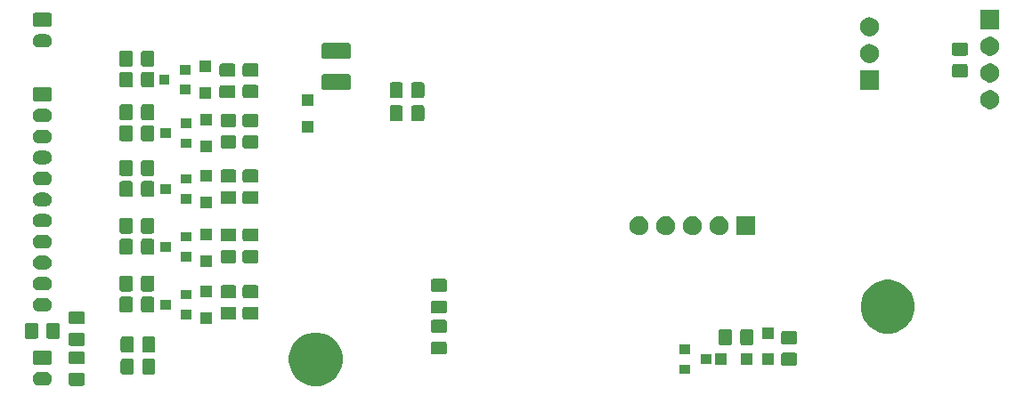
<source format=gbr>
G04 #@! TF.GenerationSoftware,KiCad,Pcbnew,5.1.5-52549c5~84~ubuntu18.04.1*
G04 #@! TF.CreationDate,2020-01-22T13:17:15+02:00*
G04 #@! TF.ProjectId,bms_10s,626d735f-3130-4732-9e6b-696361645f70,rev?*
G04 #@! TF.SameCoordinates,Original*
G04 #@! TF.FileFunction,Soldermask,Bot*
G04 #@! TF.FilePolarity,Negative*
%FSLAX46Y46*%
G04 Gerber Fmt 4.6, Leading zero omitted, Abs format (unit mm)*
G04 Created by KiCad (PCBNEW 5.1.5-52549c5~84~ubuntu18.04.1) date 2020-01-22 13:17:15*
%MOMM*%
%LPD*%
G04 APERTURE LIST*
%ADD10C,0.100000*%
G04 APERTURE END LIST*
D10*
G36*
X53744098Y-52747033D02*
G01*
X54096675Y-52893075D01*
X54208352Y-52939333D01*
X54626168Y-53218509D01*
X54981491Y-53573832D01*
X55213819Y-53921535D01*
X55260668Y-53991650D01*
X55452967Y-54455902D01*
X55551000Y-54948747D01*
X55551000Y-55451253D01*
X55452967Y-55944098D01*
X55272897Y-56378827D01*
X55260667Y-56408352D01*
X54981491Y-56826168D01*
X54626168Y-57181491D01*
X54208352Y-57460667D01*
X54208351Y-57460668D01*
X54208350Y-57460668D01*
X53744098Y-57652967D01*
X53251253Y-57751000D01*
X52748747Y-57751000D01*
X52255902Y-57652967D01*
X51791650Y-57460668D01*
X51791649Y-57460668D01*
X51791648Y-57460667D01*
X51373832Y-57181491D01*
X51018509Y-56826168D01*
X50739333Y-56408352D01*
X50727103Y-56378827D01*
X50547033Y-55944098D01*
X50449000Y-55451253D01*
X50449000Y-54948747D01*
X50547033Y-54455902D01*
X50739332Y-53991650D01*
X50786181Y-53921535D01*
X51018509Y-53573832D01*
X51373832Y-53218509D01*
X51791648Y-52939333D01*
X51903325Y-52893075D01*
X52255902Y-52747033D01*
X52748747Y-52649000D01*
X53251253Y-52649000D01*
X53744098Y-52747033D01*
G37*
G36*
X30863674Y-56478465D02*
G01*
X30901367Y-56489899D01*
X30936103Y-56508466D01*
X30966548Y-56533452D01*
X30991534Y-56563897D01*
X31010101Y-56598633D01*
X31021535Y-56636326D01*
X31026000Y-56681661D01*
X31026000Y-57518339D01*
X31021535Y-57563674D01*
X31010101Y-57601367D01*
X30991534Y-57636103D01*
X30966548Y-57666548D01*
X30936103Y-57691534D01*
X30901367Y-57710101D01*
X30863674Y-57721535D01*
X30818339Y-57726000D01*
X29731661Y-57726000D01*
X29686326Y-57721535D01*
X29648633Y-57710101D01*
X29613897Y-57691534D01*
X29583452Y-57666548D01*
X29558466Y-57636103D01*
X29539899Y-57601367D01*
X29528465Y-57563674D01*
X29524000Y-57518339D01*
X29524000Y-56681661D01*
X29528465Y-56636326D01*
X29539899Y-56598633D01*
X29558466Y-56563897D01*
X29583452Y-56533452D01*
X29613897Y-56508466D01*
X29648633Y-56489899D01*
X29686326Y-56478465D01*
X29731661Y-56474000D01*
X30818339Y-56474000D01*
X30863674Y-56478465D01*
G37*
G36*
X27338855Y-56402140D02*
G01*
X27402618Y-56408420D01*
X27480103Y-56431925D01*
X27525336Y-56445646D01*
X27638425Y-56506094D01*
X27737554Y-56587446D01*
X27818906Y-56686575D01*
X27879354Y-56799664D01*
X27879355Y-56799668D01*
X27916580Y-56922382D01*
X27929149Y-57050000D01*
X27916580Y-57177618D01*
X27915405Y-57181491D01*
X27879354Y-57300336D01*
X27818906Y-57413425D01*
X27737554Y-57512554D01*
X27638425Y-57593906D01*
X27525336Y-57654354D01*
X27493404Y-57664040D01*
X27402618Y-57691580D01*
X27338855Y-57697860D01*
X27306974Y-57701000D01*
X26693026Y-57701000D01*
X26661145Y-57697860D01*
X26597382Y-57691580D01*
X26506596Y-57664040D01*
X26474664Y-57654354D01*
X26361575Y-57593906D01*
X26262446Y-57512554D01*
X26181094Y-57413425D01*
X26120646Y-57300336D01*
X26084595Y-57181491D01*
X26083420Y-57177618D01*
X26070851Y-57050000D01*
X26083420Y-56922382D01*
X26120645Y-56799668D01*
X26120646Y-56799664D01*
X26181094Y-56686575D01*
X26262446Y-56587446D01*
X26361575Y-56506094D01*
X26474664Y-56445646D01*
X26519897Y-56431925D01*
X26597382Y-56408420D01*
X26661145Y-56402140D01*
X26693026Y-56399000D01*
X27306974Y-56399000D01*
X27338855Y-56402140D01*
G37*
G36*
X37588674Y-55153465D02*
G01*
X37626367Y-55164899D01*
X37661103Y-55183466D01*
X37691548Y-55208452D01*
X37716534Y-55238897D01*
X37735101Y-55273633D01*
X37746535Y-55311326D01*
X37751000Y-55356661D01*
X37751000Y-56443339D01*
X37746535Y-56488674D01*
X37735101Y-56526367D01*
X37716534Y-56561103D01*
X37691548Y-56591548D01*
X37661103Y-56616534D01*
X37626367Y-56635101D01*
X37588674Y-56646535D01*
X37543339Y-56651000D01*
X36706661Y-56651000D01*
X36661326Y-56646535D01*
X36623633Y-56635101D01*
X36588897Y-56616534D01*
X36558452Y-56591548D01*
X36533466Y-56561103D01*
X36514899Y-56526367D01*
X36503465Y-56488674D01*
X36499000Y-56443339D01*
X36499000Y-55356661D01*
X36503465Y-55311326D01*
X36514899Y-55273633D01*
X36533466Y-55238897D01*
X36558452Y-55208452D01*
X36588897Y-55183466D01*
X36623633Y-55164899D01*
X36661326Y-55153465D01*
X36706661Y-55149000D01*
X37543339Y-55149000D01*
X37588674Y-55153465D01*
G37*
G36*
X35538674Y-55153465D02*
G01*
X35576367Y-55164899D01*
X35611103Y-55183466D01*
X35641548Y-55208452D01*
X35666534Y-55238897D01*
X35685101Y-55273633D01*
X35696535Y-55311326D01*
X35701000Y-55356661D01*
X35701000Y-56443339D01*
X35696535Y-56488674D01*
X35685101Y-56526367D01*
X35666534Y-56561103D01*
X35641548Y-56591548D01*
X35611103Y-56616534D01*
X35576367Y-56635101D01*
X35538674Y-56646535D01*
X35493339Y-56651000D01*
X34656661Y-56651000D01*
X34611326Y-56646535D01*
X34573633Y-56635101D01*
X34538897Y-56616534D01*
X34508452Y-56591548D01*
X34483466Y-56561103D01*
X34464899Y-56526367D01*
X34453465Y-56488674D01*
X34449000Y-56443339D01*
X34449000Y-55356661D01*
X34453465Y-55311326D01*
X34464899Y-55273633D01*
X34483466Y-55238897D01*
X34508452Y-55208452D01*
X34538897Y-55183466D01*
X34573633Y-55164899D01*
X34611326Y-55153465D01*
X34656661Y-55149000D01*
X35493339Y-55149000D01*
X35538674Y-55153465D01*
G37*
G36*
X88601000Y-56601000D02*
G01*
X87599000Y-56601000D01*
X87599000Y-55699000D01*
X88601000Y-55699000D01*
X88601000Y-56601000D01*
G37*
G36*
X98588674Y-54578465D02*
G01*
X98626367Y-54589899D01*
X98661103Y-54608466D01*
X98691548Y-54633452D01*
X98716534Y-54663897D01*
X98735101Y-54698633D01*
X98746535Y-54736326D01*
X98751000Y-54781661D01*
X98751000Y-55618339D01*
X98746535Y-55663674D01*
X98735101Y-55701367D01*
X98716534Y-55736103D01*
X98691548Y-55766548D01*
X98661103Y-55791534D01*
X98626367Y-55810101D01*
X98588674Y-55821535D01*
X98543339Y-55826000D01*
X97456661Y-55826000D01*
X97411326Y-55821535D01*
X97373633Y-55810101D01*
X97338897Y-55791534D01*
X97308452Y-55766548D01*
X97283466Y-55736103D01*
X97264899Y-55701367D01*
X97253465Y-55663674D01*
X97249000Y-55618339D01*
X97249000Y-54781661D01*
X97253465Y-54736326D01*
X97264899Y-54698633D01*
X97283466Y-54663897D01*
X97308452Y-54633452D01*
X97338897Y-54608466D01*
X97373633Y-54589899D01*
X97411326Y-54578465D01*
X97456661Y-54574000D01*
X98543339Y-54574000D01*
X98588674Y-54578465D01*
G37*
G36*
X92051000Y-55751000D02*
G01*
X90949000Y-55751000D01*
X90949000Y-54649000D01*
X92051000Y-54649000D01*
X92051000Y-55751000D01*
G37*
G36*
X94551000Y-55751000D02*
G01*
X93449000Y-55751000D01*
X93449000Y-54649000D01*
X94551000Y-54649000D01*
X94551000Y-55751000D01*
G37*
G36*
X96551000Y-55751000D02*
G01*
X95449000Y-55751000D01*
X95449000Y-54649000D01*
X96551000Y-54649000D01*
X96551000Y-55751000D01*
G37*
G36*
X27766242Y-54403404D02*
G01*
X27803337Y-54414657D01*
X27837515Y-54432925D01*
X27867481Y-54457519D01*
X27892075Y-54487485D01*
X27910343Y-54521663D01*
X27921596Y-54558758D01*
X27926000Y-54603474D01*
X27926000Y-55496526D01*
X27921596Y-55541242D01*
X27910343Y-55578337D01*
X27892075Y-55612515D01*
X27867481Y-55642481D01*
X27837515Y-55667075D01*
X27803337Y-55685343D01*
X27766242Y-55696596D01*
X27721526Y-55701000D01*
X26278474Y-55701000D01*
X26233758Y-55696596D01*
X26196663Y-55685343D01*
X26162485Y-55667075D01*
X26132519Y-55642481D01*
X26107925Y-55612515D01*
X26089657Y-55578337D01*
X26078404Y-55541242D01*
X26074000Y-55496526D01*
X26074000Y-54603474D01*
X26078404Y-54558758D01*
X26089657Y-54521663D01*
X26107925Y-54487485D01*
X26132519Y-54457519D01*
X26162485Y-54432925D01*
X26196663Y-54414657D01*
X26233758Y-54403404D01*
X26278474Y-54399000D01*
X27721526Y-54399000D01*
X27766242Y-54403404D01*
G37*
G36*
X30863674Y-54428465D02*
G01*
X30901367Y-54439899D01*
X30936103Y-54458466D01*
X30966548Y-54483452D01*
X30991534Y-54513897D01*
X31010101Y-54548633D01*
X31021535Y-54586326D01*
X31026000Y-54631661D01*
X31026000Y-55468339D01*
X31021535Y-55513674D01*
X31010101Y-55551367D01*
X30991534Y-55586103D01*
X30966548Y-55616548D01*
X30936103Y-55641534D01*
X30901367Y-55660101D01*
X30863674Y-55671535D01*
X30818339Y-55676000D01*
X29731661Y-55676000D01*
X29686326Y-55671535D01*
X29648633Y-55660101D01*
X29613897Y-55641534D01*
X29583452Y-55616548D01*
X29558466Y-55586103D01*
X29539899Y-55551367D01*
X29528465Y-55513674D01*
X29524000Y-55468339D01*
X29524000Y-54631661D01*
X29528465Y-54586326D01*
X29539899Y-54548633D01*
X29558466Y-54513897D01*
X29583452Y-54483452D01*
X29613897Y-54458466D01*
X29648633Y-54439899D01*
X29686326Y-54428465D01*
X29731661Y-54424000D01*
X30818339Y-54424000D01*
X30863674Y-54428465D01*
G37*
G36*
X90601000Y-55651000D02*
G01*
X89599000Y-55651000D01*
X89599000Y-54749000D01*
X90601000Y-54749000D01*
X90601000Y-55651000D01*
G37*
G36*
X65288674Y-53503465D02*
G01*
X65326367Y-53514899D01*
X65361103Y-53533466D01*
X65391548Y-53558452D01*
X65416534Y-53588897D01*
X65435101Y-53623633D01*
X65446535Y-53661326D01*
X65451000Y-53706661D01*
X65451000Y-54543339D01*
X65446535Y-54588674D01*
X65435101Y-54626367D01*
X65416534Y-54661103D01*
X65391548Y-54691548D01*
X65361103Y-54716534D01*
X65326367Y-54735101D01*
X65288674Y-54746535D01*
X65243339Y-54751000D01*
X64156661Y-54751000D01*
X64111326Y-54746535D01*
X64073633Y-54735101D01*
X64038897Y-54716534D01*
X64008452Y-54691548D01*
X63983466Y-54661103D01*
X63964899Y-54626367D01*
X63953465Y-54588674D01*
X63949000Y-54543339D01*
X63949000Y-53706661D01*
X63953465Y-53661326D01*
X63964899Y-53623633D01*
X63983466Y-53588897D01*
X64008452Y-53558452D01*
X64038897Y-53533466D01*
X64073633Y-53514899D01*
X64111326Y-53503465D01*
X64156661Y-53499000D01*
X65243339Y-53499000D01*
X65288674Y-53503465D01*
G37*
G36*
X88601000Y-54701000D02*
G01*
X87599000Y-54701000D01*
X87599000Y-53799000D01*
X88601000Y-53799000D01*
X88601000Y-54701000D01*
G37*
G36*
X37588674Y-53053465D02*
G01*
X37626367Y-53064899D01*
X37661103Y-53083466D01*
X37691548Y-53108452D01*
X37716534Y-53138897D01*
X37735101Y-53173633D01*
X37746535Y-53211326D01*
X37751000Y-53256661D01*
X37751000Y-54343339D01*
X37746535Y-54388674D01*
X37735101Y-54426367D01*
X37716534Y-54461103D01*
X37691548Y-54491548D01*
X37661103Y-54516534D01*
X37626367Y-54535101D01*
X37588674Y-54546535D01*
X37543339Y-54551000D01*
X36706661Y-54551000D01*
X36661326Y-54546535D01*
X36623633Y-54535101D01*
X36588897Y-54516534D01*
X36558452Y-54491548D01*
X36533466Y-54461103D01*
X36514899Y-54426367D01*
X36503465Y-54388674D01*
X36499000Y-54343339D01*
X36499000Y-53256661D01*
X36503465Y-53211326D01*
X36514899Y-53173633D01*
X36533466Y-53138897D01*
X36558452Y-53108452D01*
X36588897Y-53083466D01*
X36623633Y-53064899D01*
X36661326Y-53053465D01*
X36706661Y-53049000D01*
X37543339Y-53049000D01*
X37588674Y-53053465D01*
G37*
G36*
X35538674Y-53053465D02*
G01*
X35576367Y-53064899D01*
X35611103Y-53083466D01*
X35641548Y-53108452D01*
X35666534Y-53138897D01*
X35685101Y-53173633D01*
X35696535Y-53211326D01*
X35701000Y-53256661D01*
X35701000Y-54343339D01*
X35696535Y-54388674D01*
X35685101Y-54426367D01*
X35666534Y-54461103D01*
X35641548Y-54491548D01*
X35611103Y-54516534D01*
X35576367Y-54535101D01*
X35538674Y-54546535D01*
X35493339Y-54551000D01*
X34656661Y-54551000D01*
X34611326Y-54546535D01*
X34573633Y-54535101D01*
X34538897Y-54516534D01*
X34508452Y-54491548D01*
X34483466Y-54461103D01*
X34464899Y-54426367D01*
X34453465Y-54388674D01*
X34449000Y-54343339D01*
X34449000Y-53256661D01*
X34453465Y-53211326D01*
X34464899Y-53173633D01*
X34483466Y-53138897D01*
X34508452Y-53108452D01*
X34538897Y-53083466D01*
X34573633Y-53064899D01*
X34611326Y-53053465D01*
X34656661Y-53049000D01*
X35493339Y-53049000D01*
X35538674Y-53053465D01*
G37*
G36*
X30863674Y-52678465D02*
G01*
X30901367Y-52689899D01*
X30936103Y-52708466D01*
X30966548Y-52733452D01*
X30991534Y-52763897D01*
X31010101Y-52798633D01*
X31021535Y-52836326D01*
X31026000Y-52881661D01*
X31026000Y-53718339D01*
X31021535Y-53763674D01*
X31010101Y-53801367D01*
X30991534Y-53836103D01*
X30966548Y-53866548D01*
X30936103Y-53891534D01*
X30901367Y-53910101D01*
X30863674Y-53921535D01*
X30818339Y-53926000D01*
X29731661Y-53926000D01*
X29686326Y-53921535D01*
X29648633Y-53910101D01*
X29613897Y-53891534D01*
X29583452Y-53866548D01*
X29558466Y-53836103D01*
X29539899Y-53801367D01*
X29528465Y-53763674D01*
X29524000Y-53718339D01*
X29524000Y-52881661D01*
X29528465Y-52836326D01*
X29539899Y-52798633D01*
X29558466Y-52763897D01*
X29583452Y-52733452D01*
X29613897Y-52708466D01*
X29648633Y-52689899D01*
X29686326Y-52678465D01*
X29731661Y-52674000D01*
X30818339Y-52674000D01*
X30863674Y-52678465D01*
G37*
G36*
X94463674Y-52353465D02*
G01*
X94501367Y-52364899D01*
X94536103Y-52383466D01*
X94566548Y-52408452D01*
X94591534Y-52438897D01*
X94610101Y-52473633D01*
X94621535Y-52511326D01*
X94626000Y-52556661D01*
X94626000Y-53643339D01*
X94621535Y-53688674D01*
X94610101Y-53726367D01*
X94591534Y-53761103D01*
X94566548Y-53791548D01*
X94536103Y-53816534D01*
X94501367Y-53835101D01*
X94463674Y-53846535D01*
X94418339Y-53851000D01*
X93581661Y-53851000D01*
X93536326Y-53846535D01*
X93498633Y-53835101D01*
X93463897Y-53816534D01*
X93433452Y-53791548D01*
X93408466Y-53761103D01*
X93389899Y-53726367D01*
X93378465Y-53688674D01*
X93374000Y-53643339D01*
X93374000Y-52556661D01*
X93378465Y-52511326D01*
X93389899Y-52473633D01*
X93408466Y-52438897D01*
X93433452Y-52408452D01*
X93463897Y-52383466D01*
X93498633Y-52364899D01*
X93536326Y-52353465D01*
X93581661Y-52349000D01*
X94418339Y-52349000D01*
X94463674Y-52353465D01*
G37*
G36*
X92413674Y-52353465D02*
G01*
X92451367Y-52364899D01*
X92486103Y-52383466D01*
X92516548Y-52408452D01*
X92541534Y-52438897D01*
X92560101Y-52473633D01*
X92571535Y-52511326D01*
X92576000Y-52556661D01*
X92576000Y-53643339D01*
X92571535Y-53688674D01*
X92560101Y-53726367D01*
X92541534Y-53761103D01*
X92516548Y-53791548D01*
X92486103Y-53816534D01*
X92451367Y-53835101D01*
X92413674Y-53846535D01*
X92368339Y-53851000D01*
X91531661Y-53851000D01*
X91486326Y-53846535D01*
X91448633Y-53835101D01*
X91413897Y-53816534D01*
X91383452Y-53791548D01*
X91358466Y-53761103D01*
X91339899Y-53726367D01*
X91328465Y-53688674D01*
X91324000Y-53643339D01*
X91324000Y-52556661D01*
X91328465Y-52511326D01*
X91339899Y-52473633D01*
X91358466Y-52438897D01*
X91383452Y-52408452D01*
X91413897Y-52383466D01*
X91448633Y-52364899D01*
X91486326Y-52353465D01*
X91531661Y-52349000D01*
X92368339Y-52349000D01*
X92413674Y-52353465D01*
G37*
G36*
X98588674Y-52528465D02*
G01*
X98626367Y-52539899D01*
X98661103Y-52558466D01*
X98691548Y-52583452D01*
X98716534Y-52613897D01*
X98735101Y-52648633D01*
X98746535Y-52686326D01*
X98751000Y-52731661D01*
X98751000Y-53568339D01*
X98746535Y-53613674D01*
X98735101Y-53651367D01*
X98716534Y-53686103D01*
X98691548Y-53716548D01*
X98661103Y-53741534D01*
X98626367Y-53760101D01*
X98588674Y-53771535D01*
X98543339Y-53776000D01*
X97456661Y-53776000D01*
X97411326Y-53771535D01*
X97373633Y-53760101D01*
X97338897Y-53741534D01*
X97308452Y-53716548D01*
X97283466Y-53686103D01*
X97264899Y-53651367D01*
X97253465Y-53613674D01*
X97249000Y-53568339D01*
X97249000Y-52731661D01*
X97253465Y-52686326D01*
X97264899Y-52648633D01*
X97283466Y-52613897D01*
X97308452Y-52583452D01*
X97338897Y-52558466D01*
X97373633Y-52539899D01*
X97411326Y-52528465D01*
X97456661Y-52524000D01*
X98543339Y-52524000D01*
X98588674Y-52528465D01*
G37*
G36*
X28488674Y-51753465D02*
G01*
X28526367Y-51764899D01*
X28561103Y-51783466D01*
X28591548Y-51808452D01*
X28616534Y-51838897D01*
X28635101Y-51873633D01*
X28646535Y-51911326D01*
X28651000Y-51956661D01*
X28651000Y-53043339D01*
X28646535Y-53088674D01*
X28635101Y-53126367D01*
X28616534Y-53161103D01*
X28591548Y-53191548D01*
X28561103Y-53216534D01*
X28526367Y-53235101D01*
X28488674Y-53246535D01*
X28443339Y-53251000D01*
X27606661Y-53251000D01*
X27561326Y-53246535D01*
X27523633Y-53235101D01*
X27488897Y-53216534D01*
X27458452Y-53191548D01*
X27433466Y-53161103D01*
X27414899Y-53126367D01*
X27403465Y-53088674D01*
X27399000Y-53043339D01*
X27399000Y-51956661D01*
X27403465Y-51911326D01*
X27414899Y-51873633D01*
X27433466Y-51838897D01*
X27458452Y-51808452D01*
X27488897Y-51783466D01*
X27523633Y-51764899D01*
X27561326Y-51753465D01*
X27606661Y-51749000D01*
X28443339Y-51749000D01*
X28488674Y-51753465D01*
G37*
G36*
X96551000Y-53251000D02*
G01*
X95449000Y-53251000D01*
X95449000Y-52149000D01*
X96551000Y-52149000D01*
X96551000Y-53251000D01*
G37*
G36*
X26438674Y-51753465D02*
G01*
X26476367Y-51764899D01*
X26511103Y-51783466D01*
X26541548Y-51808452D01*
X26566534Y-51838897D01*
X26585101Y-51873633D01*
X26596535Y-51911326D01*
X26601000Y-51956661D01*
X26601000Y-53043339D01*
X26596535Y-53088674D01*
X26585101Y-53126367D01*
X26566534Y-53161103D01*
X26541548Y-53191548D01*
X26511103Y-53216534D01*
X26476367Y-53235101D01*
X26438674Y-53246535D01*
X26393339Y-53251000D01*
X25556661Y-53251000D01*
X25511326Y-53246535D01*
X25473633Y-53235101D01*
X25438897Y-53216534D01*
X25408452Y-53191548D01*
X25383466Y-53161103D01*
X25364899Y-53126367D01*
X25353465Y-53088674D01*
X25349000Y-53043339D01*
X25349000Y-51956661D01*
X25353465Y-51911326D01*
X25364899Y-51873633D01*
X25383466Y-51838897D01*
X25408452Y-51808452D01*
X25438897Y-51783466D01*
X25473633Y-51764899D01*
X25511326Y-51753465D01*
X25556661Y-51749000D01*
X26393339Y-51749000D01*
X26438674Y-51753465D01*
G37*
G36*
X108144098Y-47747033D02*
G01*
X108608350Y-47939332D01*
X108608352Y-47939333D01*
X109026168Y-48218509D01*
X109381491Y-48573832D01*
X109660667Y-48991648D01*
X109660668Y-48991650D01*
X109852967Y-49455902D01*
X109951000Y-49948747D01*
X109951000Y-50451253D01*
X109852967Y-50944098D01*
X109663712Y-51401000D01*
X109660667Y-51408352D01*
X109381491Y-51826168D01*
X109026168Y-52181491D01*
X108608352Y-52460667D01*
X108608351Y-52460668D01*
X108608350Y-52460668D01*
X108144098Y-52652967D01*
X107651253Y-52751000D01*
X107148747Y-52751000D01*
X106655902Y-52652967D01*
X106191650Y-52460668D01*
X106191649Y-52460668D01*
X106191648Y-52460667D01*
X105773832Y-52181491D01*
X105418509Y-51826168D01*
X105139333Y-51408352D01*
X105136288Y-51401000D01*
X104947033Y-50944098D01*
X104849000Y-50451253D01*
X104849000Y-49948747D01*
X104947033Y-49455902D01*
X105139332Y-48991650D01*
X105139333Y-48991648D01*
X105418509Y-48573832D01*
X105773832Y-48218509D01*
X106191648Y-47939333D01*
X106191650Y-47939332D01*
X106655902Y-47747033D01*
X107148747Y-47649000D01*
X107651253Y-47649000D01*
X108144098Y-47747033D01*
G37*
G36*
X65288674Y-51453465D02*
G01*
X65326367Y-51464899D01*
X65361103Y-51483466D01*
X65391548Y-51508452D01*
X65416534Y-51538897D01*
X65435101Y-51573633D01*
X65446535Y-51611326D01*
X65451000Y-51656661D01*
X65451000Y-52493339D01*
X65446535Y-52538674D01*
X65435101Y-52576367D01*
X65416534Y-52611103D01*
X65391548Y-52641548D01*
X65361103Y-52666534D01*
X65326367Y-52685101D01*
X65288674Y-52696535D01*
X65243339Y-52701000D01*
X64156661Y-52701000D01*
X64111326Y-52696535D01*
X64073633Y-52685101D01*
X64038897Y-52666534D01*
X64008452Y-52641548D01*
X63983466Y-52611103D01*
X63964899Y-52576367D01*
X63953465Y-52538674D01*
X63949000Y-52493339D01*
X63949000Y-51656661D01*
X63953465Y-51611326D01*
X63964899Y-51573633D01*
X63983466Y-51538897D01*
X64008452Y-51508452D01*
X64038897Y-51483466D01*
X64073633Y-51464899D01*
X64111326Y-51453465D01*
X64156661Y-51449000D01*
X65243339Y-51449000D01*
X65288674Y-51453465D01*
G37*
G36*
X30863674Y-50628465D02*
G01*
X30901367Y-50639899D01*
X30936103Y-50658466D01*
X30966548Y-50683452D01*
X30991534Y-50713897D01*
X31010101Y-50748633D01*
X31021535Y-50786326D01*
X31026000Y-50831661D01*
X31026000Y-51668339D01*
X31021535Y-51713674D01*
X31010101Y-51751367D01*
X30991534Y-51786103D01*
X30966548Y-51816548D01*
X30936103Y-51841534D01*
X30901367Y-51860101D01*
X30863674Y-51871535D01*
X30818339Y-51876000D01*
X29731661Y-51876000D01*
X29686326Y-51871535D01*
X29648633Y-51860101D01*
X29613897Y-51841534D01*
X29583452Y-51816548D01*
X29558466Y-51786103D01*
X29539899Y-51751367D01*
X29528465Y-51713674D01*
X29524000Y-51668339D01*
X29524000Y-50831661D01*
X29528465Y-50786326D01*
X29539899Y-50748633D01*
X29558466Y-50713897D01*
X29583452Y-50683452D01*
X29613897Y-50658466D01*
X29648633Y-50639899D01*
X29686326Y-50628465D01*
X29731661Y-50624000D01*
X30818339Y-50624000D01*
X30863674Y-50628465D01*
G37*
G36*
X43151000Y-51801000D02*
G01*
X42049000Y-51801000D01*
X42049000Y-50699000D01*
X43151000Y-50699000D01*
X43151000Y-51801000D01*
G37*
G36*
X45288674Y-50203465D02*
G01*
X45326367Y-50214899D01*
X45361103Y-50233466D01*
X45391548Y-50258452D01*
X45416534Y-50288897D01*
X45435101Y-50323633D01*
X45446535Y-50361326D01*
X45451000Y-50406661D01*
X45451000Y-51243339D01*
X45446535Y-51288674D01*
X45435101Y-51326367D01*
X45416534Y-51361103D01*
X45391548Y-51391548D01*
X45361103Y-51416534D01*
X45326367Y-51435101D01*
X45288674Y-51446535D01*
X45243339Y-51451000D01*
X44156661Y-51451000D01*
X44111326Y-51446535D01*
X44073633Y-51435101D01*
X44038897Y-51416534D01*
X44008452Y-51391548D01*
X43983466Y-51361103D01*
X43964899Y-51326367D01*
X43953465Y-51288674D01*
X43949000Y-51243339D01*
X43949000Y-50406661D01*
X43953465Y-50361326D01*
X43964899Y-50323633D01*
X43983466Y-50288897D01*
X44008452Y-50258452D01*
X44038897Y-50233466D01*
X44073633Y-50214899D01*
X44111326Y-50203465D01*
X44156661Y-50199000D01*
X45243339Y-50199000D01*
X45288674Y-50203465D01*
G37*
G36*
X47388674Y-50203465D02*
G01*
X47426367Y-50214899D01*
X47461103Y-50233466D01*
X47491548Y-50258452D01*
X47516534Y-50288897D01*
X47535101Y-50323633D01*
X47546535Y-50361326D01*
X47551000Y-50406661D01*
X47551000Y-51243339D01*
X47546535Y-51288674D01*
X47535101Y-51326367D01*
X47516534Y-51361103D01*
X47491548Y-51391548D01*
X47461103Y-51416534D01*
X47426367Y-51435101D01*
X47388674Y-51446535D01*
X47343339Y-51451000D01*
X46256661Y-51451000D01*
X46211326Y-51446535D01*
X46173633Y-51435101D01*
X46138897Y-51416534D01*
X46108452Y-51391548D01*
X46083466Y-51361103D01*
X46064899Y-51326367D01*
X46053465Y-51288674D01*
X46049000Y-51243339D01*
X46049000Y-50406661D01*
X46053465Y-50361326D01*
X46064899Y-50323633D01*
X46083466Y-50288897D01*
X46108452Y-50258452D01*
X46138897Y-50233466D01*
X46173633Y-50214899D01*
X46211326Y-50203465D01*
X46256661Y-50199000D01*
X47343339Y-50199000D01*
X47388674Y-50203465D01*
G37*
G36*
X41201000Y-51401000D02*
G01*
X40199000Y-51401000D01*
X40199000Y-50499000D01*
X41201000Y-50499000D01*
X41201000Y-51401000D01*
G37*
G36*
X65288674Y-49603465D02*
G01*
X65326367Y-49614899D01*
X65361103Y-49633466D01*
X65391548Y-49658452D01*
X65416534Y-49688897D01*
X65435101Y-49723633D01*
X65446535Y-49761326D01*
X65451000Y-49806661D01*
X65451000Y-50643339D01*
X65446535Y-50688674D01*
X65435101Y-50726367D01*
X65416534Y-50761103D01*
X65391548Y-50791548D01*
X65361103Y-50816534D01*
X65326367Y-50835101D01*
X65288674Y-50846535D01*
X65243339Y-50851000D01*
X64156661Y-50851000D01*
X64111326Y-50846535D01*
X64073633Y-50835101D01*
X64038897Y-50816534D01*
X64008452Y-50791548D01*
X63983466Y-50761103D01*
X63964899Y-50726367D01*
X63953465Y-50688674D01*
X63949000Y-50643339D01*
X63949000Y-49806661D01*
X63953465Y-49761326D01*
X63964899Y-49723633D01*
X63983466Y-49688897D01*
X64008452Y-49658452D01*
X64038897Y-49633466D01*
X64073633Y-49614899D01*
X64111326Y-49603465D01*
X64156661Y-49599000D01*
X65243339Y-49599000D01*
X65288674Y-49603465D01*
G37*
G36*
X37488674Y-49253465D02*
G01*
X37526367Y-49264899D01*
X37561103Y-49283466D01*
X37591548Y-49308452D01*
X37616534Y-49338897D01*
X37635101Y-49373633D01*
X37646535Y-49411326D01*
X37651000Y-49456661D01*
X37651000Y-50543339D01*
X37646535Y-50588674D01*
X37635101Y-50626367D01*
X37616534Y-50661103D01*
X37591548Y-50691548D01*
X37561103Y-50716534D01*
X37526367Y-50735101D01*
X37488674Y-50746535D01*
X37443339Y-50751000D01*
X36606661Y-50751000D01*
X36561326Y-50746535D01*
X36523633Y-50735101D01*
X36488897Y-50716534D01*
X36458452Y-50691548D01*
X36433466Y-50661103D01*
X36414899Y-50626367D01*
X36403465Y-50588674D01*
X36399000Y-50543339D01*
X36399000Y-49456661D01*
X36403465Y-49411326D01*
X36414899Y-49373633D01*
X36433466Y-49338897D01*
X36458452Y-49308452D01*
X36488897Y-49283466D01*
X36523633Y-49264899D01*
X36561326Y-49253465D01*
X36606661Y-49249000D01*
X37443339Y-49249000D01*
X37488674Y-49253465D01*
G37*
G36*
X35438674Y-49253465D02*
G01*
X35476367Y-49264899D01*
X35511103Y-49283466D01*
X35541548Y-49308452D01*
X35566534Y-49338897D01*
X35585101Y-49373633D01*
X35596535Y-49411326D01*
X35601000Y-49456661D01*
X35601000Y-50543339D01*
X35596535Y-50588674D01*
X35585101Y-50626367D01*
X35566534Y-50661103D01*
X35541548Y-50691548D01*
X35511103Y-50716534D01*
X35476367Y-50735101D01*
X35438674Y-50746535D01*
X35393339Y-50751000D01*
X34556661Y-50751000D01*
X34511326Y-50746535D01*
X34473633Y-50735101D01*
X34438897Y-50716534D01*
X34408452Y-50691548D01*
X34383466Y-50661103D01*
X34364899Y-50626367D01*
X34353465Y-50588674D01*
X34349000Y-50543339D01*
X34349000Y-49456661D01*
X34353465Y-49411326D01*
X34364899Y-49373633D01*
X34383466Y-49338897D01*
X34408452Y-49308452D01*
X34438897Y-49283466D01*
X34473633Y-49264899D01*
X34511326Y-49253465D01*
X34556661Y-49249000D01*
X35393339Y-49249000D01*
X35438674Y-49253465D01*
G37*
G36*
X27338855Y-49352140D02*
G01*
X27402618Y-49358420D01*
X27474687Y-49380282D01*
X27525336Y-49395646D01*
X27638425Y-49456094D01*
X27737554Y-49537446D01*
X27818906Y-49636575D01*
X27879354Y-49749664D01*
X27884618Y-49767017D01*
X27916580Y-49872382D01*
X27929149Y-50000000D01*
X27916580Y-50127618D01*
X27889040Y-50218404D01*
X27879354Y-50250336D01*
X27818906Y-50363425D01*
X27737554Y-50462554D01*
X27638425Y-50543906D01*
X27525336Y-50604354D01*
X27493404Y-50614040D01*
X27402618Y-50641580D01*
X27338855Y-50647860D01*
X27306974Y-50651000D01*
X26693026Y-50651000D01*
X26661145Y-50647860D01*
X26597382Y-50641580D01*
X26506596Y-50614040D01*
X26474664Y-50604354D01*
X26361575Y-50543906D01*
X26262446Y-50462554D01*
X26181094Y-50363425D01*
X26120646Y-50250336D01*
X26110960Y-50218404D01*
X26083420Y-50127618D01*
X26070851Y-50000000D01*
X26083420Y-49872382D01*
X26115382Y-49767017D01*
X26120646Y-49749664D01*
X26181094Y-49636575D01*
X26262446Y-49537446D01*
X26361575Y-49456094D01*
X26474664Y-49395646D01*
X26525313Y-49380282D01*
X26597382Y-49358420D01*
X26661145Y-49352140D01*
X26693026Y-49349000D01*
X27306974Y-49349000D01*
X27338855Y-49352140D01*
G37*
G36*
X39201000Y-50451000D02*
G01*
X38199000Y-50451000D01*
X38199000Y-49549000D01*
X39201000Y-49549000D01*
X39201000Y-50451000D01*
G37*
G36*
X41201000Y-49501000D02*
G01*
X40199000Y-49501000D01*
X40199000Y-48599000D01*
X41201000Y-48599000D01*
X41201000Y-49501000D01*
G37*
G36*
X45288674Y-48153465D02*
G01*
X45326367Y-48164899D01*
X45361103Y-48183466D01*
X45391548Y-48208452D01*
X45416534Y-48238897D01*
X45435101Y-48273633D01*
X45446535Y-48311326D01*
X45451000Y-48356661D01*
X45451000Y-49193339D01*
X45446535Y-49238674D01*
X45435101Y-49276367D01*
X45416534Y-49311103D01*
X45391548Y-49341548D01*
X45361103Y-49366534D01*
X45326367Y-49385101D01*
X45288674Y-49396535D01*
X45243339Y-49401000D01*
X44156661Y-49401000D01*
X44111326Y-49396535D01*
X44073633Y-49385101D01*
X44038897Y-49366534D01*
X44008452Y-49341548D01*
X43983466Y-49311103D01*
X43964899Y-49276367D01*
X43953465Y-49238674D01*
X43949000Y-49193339D01*
X43949000Y-48356661D01*
X43953465Y-48311326D01*
X43964899Y-48273633D01*
X43983466Y-48238897D01*
X44008452Y-48208452D01*
X44038897Y-48183466D01*
X44073633Y-48164899D01*
X44111326Y-48153465D01*
X44156661Y-48149000D01*
X45243339Y-48149000D01*
X45288674Y-48153465D01*
G37*
G36*
X47388674Y-48153465D02*
G01*
X47426367Y-48164899D01*
X47461103Y-48183466D01*
X47491548Y-48208452D01*
X47516534Y-48238897D01*
X47535101Y-48273633D01*
X47546535Y-48311326D01*
X47551000Y-48356661D01*
X47551000Y-49193339D01*
X47546535Y-49238674D01*
X47535101Y-49276367D01*
X47516534Y-49311103D01*
X47491548Y-49341548D01*
X47461103Y-49366534D01*
X47426367Y-49385101D01*
X47388674Y-49396535D01*
X47343339Y-49401000D01*
X46256661Y-49401000D01*
X46211326Y-49396535D01*
X46173633Y-49385101D01*
X46138897Y-49366534D01*
X46108452Y-49341548D01*
X46083466Y-49311103D01*
X46064899Y-49276367D01*
X46053465Y-49238674D01*
X46049000Y-49193339D01*
X46049000Y-48356661D01*
X46053465Y-48311326D01*
X46064899Y-48273633D01*
X46083466Y-48238897D01*
X46108452Y-48208452D01*
X46138897Y-48183466D01*
X46173633Y-48164899D01*
X46211326Y-48153465D01*
X46256661Y-48149000D01*
X47343339Y-48149000D01*
X47388674Y-48153465D01*
G37*
G36*
X43151000Y-49301000D02*
G01*
X42049000Y-49301000D01*
X42049000Y-48199000D01*
X43151000Y-48199000D01*
X43151000Y-49301000D01*
G37*
G36*
X65288674Y-47553465D02*
G01*
X65326367Y-47564899D01*
X65361103Y-47583466D01*
X65391548Y-47608452D01*
X65416534Y-47638897D01*
X65435101Y-47673633D01*
X65446535Y-47711326D01*
X65451000Y-47756661D01*
X65451000Y-48593339D01*
X65446535Y-48638674D01*
X65435101Y-48676367D01*
X65416534Y-48711103D01*
X65391548Y-48741548D01*
X65361103Y-48766534D01*
X65326367Y-48785101D01*
X65288674Y-48796535D01*
X65243339Y-48801000D01*
X64156661Y-48801000D01*
X64111326Y-48796535D01*
X64073633Y-48785101D01*
X64038897Y-48766534D01*
X64008452Y-48741548D01*
X63983466Y-48711103D01*
X63964899Y-48676367D01*
X63953465Y-48638674D01*
X63949000Y-48593339D01*
X63949000Y-47756661D01*
X63953465Y-47711326D01*
X63964899Y-47673633D01*
X63983466Y-47638897D01*
X64008452Y-47608452D01*
X64038897Y-47583466D01*
X64073633Y-47564899D01*
X64111326Y-47553465D01*
X64156661Y-47549000D01*
X65243339Y-47549000D01*
X65288674Y-47553465D01*
G37*
G36*
X35438674Y-47253465D02*
G01*
X35476367Y-47264899D01*
X35511103Y-47283466D01*
X35541548Y-47308452D01*
X35566534Y-47338897D01*
X35585101Y-47373633D01*
X35596535Y-47411326D01*
X35601000Y-47456661D01*
X35601000Y-48543339D01*
X35596535Y-48588674D01*
X35585101Y-48626367D01*
X35566534Y-48661103D01*
X35541548Y-48691548D01*
X35511103Y-48716534D01*
X35476367Y-48735101D01*
X35438674Y-48746535D01*
X35393339Y-48751000D01*
X34556661Y-48751000D01*
X34511326Y-48746535D01*
X34473633Y-48735101D01*
X34438897Y-48716534D01*
X34408452Y-48691548D01*
X34383466Y-48661103D01*
X34364899Y-48626367D01*
X34353465Y-48588674D01*
X34349000Y-48543339D01*
X34349000Y-47456661D01*
X34353465Y-47411326D01*
X34364899Y-47373633D01*
X34383466Y-47338897D01*
X34408452Y-47308452D01*
X34438897Y-47283466D01*
X34473633Y-47264899D01*
X34511326Y-47253465D01*
X34556661Y-47249000D01*
X35393339Y-47249000D01*
X35438674Y-47253465D01*
G37*
G36*
X37488674Y-47253465D02*
G01*
X37526367Y-47264899D01*
X37561103Y-47283466D01*
X37591548Y-47308452D01*
X37616534Y-47338897D01*
X37635101Y-47373633D01*
X37646535Y-47411326D01*
X37651000Y-47456661D01*
X37651000Y-48543339D01*
X37646535Y-48588674D01*
X37635101Y-48626367D01*
X37616534Y-48661103D01*
X37591548Y-48691548D01*
X37561103Y-48716534D01*
X37526367Y-48735101D01*
X37488674Y-48746535D01*
X37443339Y-48751000D01*
X36606661Y-48751000D01*
X36561326Y-48746535D01*
X36523633Y-48735101D01*
X36488897Y-48716534D01*
X36458452Y-48691548D01*
X36433466Y-48661103D01*
X36414899Y-48626367D01*
X36403465Y-48588674D01*
X36399000Y-48543339D01*
X36399000Y-47456661D01*
X36403465Y-47411326D01*
X36414899Y-47373633D01*
X36433466Y-47338897D01*
X36458452Y-47308452D01*
X36488897Y-47283466D01*
X36523633Y-47264899D01*
X36561326Y-47253465D01*
X36606661Y-47249000D01*
X37443339Y-47249000D01*
X37488674Y-47253465D01*
G37*
G36*
X27338855Y-47352140D02*
G01*
X27402618Y-47358420D01*
X27493404Y-47385960D01*
X27525336Y-47395646D01*
X27638425Y-47456094D01*
X27737554Y-47537446D01*
X27818906Y-47636575D01*
X27879354Y-47749664D01*
X27879355Y-47749668D01*
X27916580Y-47872382D01*
X27929149Y-48000000D01*
X27916580Y-48127618D01*
X27894926Y-48199000D01*
X27879354Y-48250336D01*
X27818906Y-48363425D01*
X27737554Y-48462554D01*
X27638425Y-48543906D01*
X27525336Y-48604354D01*
X27493404Y-48614040D01*
X27402618Y-48641580D01*
X27338855Y-48647860D01*
X27306974Y-48651000D01*
X26693026Y-48651000D01*
X26661145Y-48647860D01*
X26597382Y-48641580D01*
X26506596Y-48614040D01*
X26474664Y-48604354D01*
X26361575Y-48543906D01*
X26262446Y-48462554D01*
X26181094Y-48363425D01*
X26120646Y-48250336D01*
X26105074Y-48199000D01*
X26083420Y-48127618D01*
X26070851Y-48000000D01*
X26083420Y-47872382D01*
X26120645Y-47749668D01*
X26120646Y-47749664D01*
X26181094Y-47636575D01*
X26262446Y-47537446D01*
X26361575Y-47456094D01*
X26474664Y-47395646D01*
X26506596Y-47385960D01*
X26597382Y-47358420D01*
X26661145Y-47352140D01*
X26693026Y-47349000D01*
X27306974Y-47349000D01*
X27338855Y-47352140D01*
G37*
G36*
X27338855Y-45352140D02*
G01*
X27402618Y-45358420D01*
X27493404Y-45385960D01*
X27525336Y-45395646D01*
X27638425Y-45456094D01*
X27737554Y-45537446D01*
X27818906Y-45636575D01*
X27879354Y-45749664D01*
X27879355Y-45749668D01*
X27916580Y-45872382D01*
X27929149Y-46000000D01*
X27916580Y-46127618D01*
X27889040Y-46218404D01*
X27879354Y-46250336D01*
X27818906Y-46363425D01*
X27737554Y-46462554D01*
X27638425Y-46543906D01*
X27525336Y-46604354D01*
X27493404Y-46614040D01*
X27402618Y-46641580D01*
X27338855Y-46647860D01*
X27306974Y-46651000D01*
X26693026Y-46651000D01*
X26661145Y-46647860D01*
X26597382Y-46641580D01*
X26506596Y-46614040D01*
X26474664Y-46604354D01*
X26361575Y-46543906D01*
X26262446Y-46462554D01*
X26181094Y-46363425D01*
X26120646Y-46250336D01*
X26110960Y-46218404D01*
X26083420Y-46127618D01*
X26070851Y-46000000D01*
X26083420Y-45872382D01*
X26120645Y-45749668D01*
X26120646Y-45749664D01*
X26181094Y-45636575D01*
X26262446Y-45537446D01*
X26361575Y-45456094D01*
X26474664Y-45395646D01*
X26506596Y-45385960D01*
X26597382Y-45358420D01*
X26661145Y-45352140D01*
X26693026Y-45349000D01*
X27306974Y-45349000D01*
X27338855Y-45352140D01*
G37*
G36*
X43151000Y-46401000D02*
G01*
X42049000Y-46401000D01*
X42049000Y-45299000D01*
X43151000Y-45299000D01*
X43151000Y-46401000D01*
G37*
G36*
X45288674Y-44803465D02*
G01*
X45326367Y-44814899D01*
X45361103Y-44833466D01*
X45391548Y-44858452D01*
X45416534Y-44888897D01*
X45435101Y-44923633D01*
X45446535Y-44961326D01*
X45451000Y-45006661D01*
X45451000Y-45843339D01*
X45446535Y-45888674D01*
X45435101Y-45926367D01*
X45416534Y-45961103D01*
X45391548Y-45991548D01*
X45361103Y-46016534D01*
X45326367Y-46035101D01*
X45288674Y-46046535D01*
X45243339Y-46051000D01*
X44156661Y-46051000D01*
X44111326Y-46046535D01*
X44073633Y-46035101D01*
X44038897Y-46016534D01*
X44008452Y-45991548D01*
X43983466Y-45961103D01*
X43964899Y-45926367D01*
X43953465Y-45888674D01*
X43949000Y-45843339D01*
X43949000Y-45006661D01*
X43953465Y-44961326D01*
X43964899Y-44923633D01*
X43983466Y-44888897D01*
X44008452Y-44858452D01*
X44038897Y-44833466D01*
X44073633Y-44814899D01*
X44111326Y-44803465D01*
X44156661Y-44799000D01*
X45243339Y-44799000D01*
X45288674Y-44803465D01*
G37*
G36*
X47388674Y-44803465D02*
G01*
X47426367Y-44814899D01*
X47461103Y-44833466D01*
X47491548Y-44858452D01*
X47516534Y-44888897D01*
X47535101Y-44923633D01*
X47546535Y-44961326D01*
X47551000Y-45006661D01*
X47551000Y-45843339D01*
X47546535Y-45888674D01*
X47535101Y-45926367D01*
X47516534Y-45961103D01*
X47491548Y-45991548D01*
X47461103Y-46016534D01*
X47426367Y-46035101D01*
X47388674Y-46046535D01*
X47343339Y-46051000D01*
X46256661Y-46051000D01*
X46211326Y-46046535D01*
X46173633Y-46035101D01*
X46138897Y-46016534D01*
X46108452Y-45991548D01*
X46083466Y-45961103D01*
X46064899Y-45926367D01*
X46053465Y-45888674D01*
X46049000Y-45843339D01*
X46049000Y-45006661D01*
X46053465Y-44961326D01*
X46064899Y-44923633D01*
X46083466Y-44888897D01*
X46108452Y-44858452D01*
X46138897Y-44833466D01*
X46173633Y-44814899D01*
X46211326Y-44803465D01*
X46256661Y-44799000D01*
X47343339Y-44799000D01*
X47388674Y-44803465D01*
G37*
G36*
X41201000Y-45901000D02*
G01*
X40199000Y-45901000D01*
X40199000Y-44999000D01*
X41201000Y-44999000D01*
X41201000Y-45901000D01*
G37*
G36*
X37488674Y-43753465D02*
G01*
X37526367Y-43764899D01*
X37561103Y-43783466D01*
X37591548Y-43808452D01*
X37616534Y-43838897D01*
X37635101Y-43873633D01*
X37646535Y-43911326D01*
X37651000Y-43956661D01*
X37651000Y-45043339D01*
X37646535Y-45088674D01*
X37635101Y-45126367D01*
X37616534Y-45161103D01*
X37591548Y-45191548D01*
X37561103Y-45216534D01*
X37526367Y-45235101D01*
X37488674Y-45246535D01*
X37443339Y-45251000D01*
X36606661Y-45251000D01*
X36561326Y-45246535D01*
X36523633Y-45235101D01*
X36488897Y-45216534D01*
X36458452Y-45191548D01*
X36433466Y-45161103D01*
X36414899Y-45126367D01*
X36403465Y-45088674D01*
X36399000Y-45043339D01*
X36399000Y-43956661D01*
X36403465Y-43911326D01*
X36414899Y-43873633D01*
X36433466Y-43838897D01*
X36458452Y-43808452D01*
X36488897Y-43783466D01*
X36523633Y-43764899D01*
X36561326Y-43753465D01*
X36606661Y-43749000D01*
X37443339Y-43749000D01*
X37488674Y-43753465D01*
G37*
G36*
X35438674Y-43753465D02*
G01*
X35476367Y-43764899D01*
X35511103Y-43783466D01*
X35541548Y-43808452D01*
X35566534Y-43838897D01*
X35585101Y-43873633D01*
X35596535Y-43911326D01*
X35601000Y-43956661D01*
X35601000Y-45043339D01*
X35596535Y-45088674D01*
X35585101Y-45126367D01*
X35566534Y-45161103D01*
X35541548Y-45191548D01*
X35511103Y-45216534D01*
X35476367Y-45235101D01*
X35438674Y-45246535D01*
X35393339Y-45251000D01*
X34556661Y-45251000D01*
X34511326Y-45246535D01*
X34473633Y-45235101D01*
X34438897Y-45216534D01*
X34408452Y-45191548D01*
X34383466Y-45161103D01*
X34364899Y-45126367D01*
X34353465Y-45088674D01*
X34349000Y-45043339D01*
X34349000Y-43956661D01*
X34353465Y-43911326D01*
X34364899Y-43873633D01*
X34383466Y-43838897D01*
X34408452Y-43808452D01*
X34438897Y-43783466D01*
X34473633Y-43764899D01*
X34511326Y-43753465D01*
X34556661Y-43749000D01*
X35393339Y-43749000D01*
X35438674Y-43753465D01*
G37*
G36*
X39201000Y-44951000D02*
G01*
X38199000Y-44951000D01*
X38199000Y-44049000D01*
X39201000Y-44049000D01*
X39201000Y-44951000D01*
G37*
G36*
X27338855Y-43352140D02*
G01*
X27402618Y-43358420D01*
X27493404Y-43385960D01*
X27525336Y-43395646D01*
X27638425Y-43456094D01*
X27737554Y-43537446D01*
X27818906Y-43636575D01*
X27879354Y-43749664D01*
X27879355Y-43749668D01*
X27916580Y-43872382D01*
X27929149Y-44000000D01*
X27916580Y-44127618D01*
X27889040Y-44218404D01*
X27879354Y-44250336D01*
X27818906Y-44363425D01*
X27737554Y-44462554D01*
X27638425Y-44543906D01*
X27525336Y-44604354D01*
X27493404Y-44614040D01*
X27402618Y-44641580D01*
X27338855Y-44647860D01*
X27306974Y-44651000D01*
X26693026Y-44651000D01*
X26661145Y-44647860D01*
X26597382Y-44641580D01*
X26506596Y-44614040D01*
X26474664Y-44604354D01*
X26361575Y-44543906D01*
X26262446Y-44462554D01*
X26181094Y-44363425D01*
X26120646Y-44250336D01*
X26110960Y-44218404D01*
X26083420Y-44127618D01*
X26070851Y-44000000D01*
X26083420Y-43872382D01*
X26120645Y-43749668D01*
X26120646Y-43749664D01*
X26181094Y-43636575D01*
X26262446Y-43537446D01*
X26361575Y-43456094D01*
X26474664Y-43395646D01*
X26506596Y-43385960D01*
X26597382Y-43358420D01*
X26661145Y-43352140D01*
X26693026Y-43349000D01*
X27306974Y-43349000D01*
X27338855Y-43352140D01*
G37*
G36*
X45288674Y-42753465D02*
G01*
X45326367Y-42764899D01*
X45361103Y-42783466D01*
X45391548Y-42808452D01*
X45416534Y-42838897D01*
X45435101Y-42873633D01*
X45446535Y-42911326D01*
X45451000Y-42956661D01*
X45451000Y-43793339D01*
X45446535Y-43838674D01*
X45435101Y-43876367D01*
X45416534Y-43911103D01*
X45391548Y-43941548D01*
X45361103Y-43966534D01*
X45326367Y-43985101D01*
X45288674Y-43996535D01*
X45243339Y-44001000D01*
X44156661Y-44001000D01*
X44111326Y-43996535D01*
X44073633Y-43985101D01*
X44038897Y-43966534D01*
X44008452Y-43941548D01*
X43983466Y-43911103D01*
X43964899Y-43876367D01*
X43953465Y-43838674D01*
X43949000Y-43793339D01*
X43949000Y-42956661D01*
X43953465Y-42911326D01*
X43964899Y-42873633D01*
X43983466Y-42838897D01*
X44008452Y-42808452D01*
X44038897Y-42783466D01*
X44073633Y-42764899D01*
X44111326Y-42753465D01*
X44156661Y-42749000D01*
X45243339Y-42749000D01*
X45288674Y-42753465D01*
G37*
G36*
X47388674Y-42753465D02*
G01*
X47426367Y-42764899D01*
X47461103Y-42783466D01*
X47491548Y-42808452D01*
X47516534Y-42838897D01*
X47535101Y-42873633D01*
X47546535Y-42911326D01*
X47551000Y-42956661D01*
X47551000Y-43793339D01*
X47546535Y-43838674D01*
X47535101Y-43876367D01*
X47516534Y-43911103D01*
X47491548Y-43941548D01*
X47461103Y-43966534D01*
X47426367Y-43985101D01*
X47388674Y-43996535D01*
X47343339Y-44001000D01*
X46256661Y-44001000D01*
X46211326Y-43996535D01*
X46173633Y-43985101D01*
X46138897Y-43966534D01*
X46108452Y-43941548D01*
X46083466Y-43911103D01*
X46064899Y-43876367D01*
X46053465Y-43838674D01*
X46049000Y-43793339D01*
X46049000Y-42956661D01*
X46053465Y-42911326D01*
X46064899Y-42873633D01*
X46083466Y-42838897D01*
X46108452Y-42808452D01*
X46138897Y-42783466D01*
X46173633Y-42764899D01*
X46211326Y-42753465D01*
X46256661Y-42749000D01*
X47343339Y-42749000D01*
X47388674Y-42753465D01*
G37*
G36*
X41201000Y-44001000D02*
G01*
X40199000Y-44001000D01*
X40199000Y-43099000D01*
X41201000Y-43099000D01*
X41201000Y-44001000D01*
G37*
G36*
X43151000Y-43901000D02*
G01*
X42049000Y-43901000D01*
X42049000Y-42799000D01*
X43151000Y-42799000D01*
X43151000Y-43901000D01*
G37*
G36*
X83853512Y-41603927D02*
G01*
X84002812Y-41633624D01*
X84166784Y-41701544D01*
X84314354Y-41800147D01*
X84439853Y-41925646D01*
X84538456Y-42073216D01*
X84606376Y-42237188D01*
X84636073Y-42386488D01*
X84641000Y-42411258D01*
X84641000Y-42588742D01*
X84637894Y-42604355D01*
X84606376Y-42762812D01*
X84538456Y-42926784D01*
X84439853Y-43074354D01*
X84314354Y-43199853D01*
X84166784Y-43298456D01*
X84002812Y-43366376D01*
X83855663Y-43395645D01*
X83828742Y-43401000D01*
X83651258Y-43401000D01*
X83624337Y-43395645D01*
X83477188Y-43366376D01*
X83313216Y-43298456D01*
X83165646Y-43199853D01*
X83040147Y-43074354D01*
X82941544Y-42926784D01*
X82873624Y-42762812D01*
X82842106Y-42604355D01*
X82839000Y-42588742D01*
X82839000Y-42411258D01*
X82843927Y-42386488D01*
X82873624Y-42237188D01*
X82941544Y-42073216D01*
X83040147Y-41925646D01*
X83165646Y-41800147D01*
X83313216Y-41701544D01*
X83477188Y-41633624D01*
X83626488Y-41603927D01*
X83651258Y-41599000D01*
X83828742Y-41599000D01*
X83853512Y-41603927D01*
G37*
G36*
X94801000Y-43401000D02*
G01*
X92999000Y-43401000D01*
X92999000Y-41599000D01*
X94801000Y-41599000D01*
X94801000Y-43401000D01*
G37*
G36*
X91473512Y-41603927D02*
G01*
X91622812Y-41633624D01*
X91786784Y-41701544D01*
X91934354Y-41800147D01*
X92059853Y-41925646D01*
X92158456Y-42073216D01*
X92226376Y-42237188D01*
X92256073Y-42386488D01*
X92261000Y-42411258D01*
X92261000Y-42588742D01*
X92257894Y-42604355D01*
X92226376Y-42762812D01*
X92158456Y-42926784D01*
X92059853Y-43074354D01*
X91934354Y-43199853D01*
X91786784Y-43298456D01*
X91622812Y-43366376D01*
X91475663Y-43395645D01*
X91448742Y-43401000D01*
X91271258Y-43401000D01*
X91244337Y-43395645D01*
X91097188Y-43366376D01*
X90933216Y-43298456D01*
X90785646Y-43199853D01*
X90660147Y-43074354D01*
X90561544Y-42926784D01*
X90493624Y-42762812D01*
X90462106Y-42604355D01*
X90459000Y-42588742D01*
X90459000Y-42411258D01*
X90463927Y-42386488D01*
X90493624Y-42237188D01*
X90561544Y-42073216D01*
X90660147Y-41925646D01*
X90785646Y-41800147D01*
X90933216Y-41701544D01*
X91097188Y-41633624D01*
X91246488Y-41603927D01*
X91271258Y-41599000D01*
X91448742Y-41599000D01*
X91473512Y-41603927D01*
G37*
G36*
X88933512Y-41603927D02*
G01*
X89082812Y-41633624D01*
X89246784Y-41701544D01*
X89394354Y-41800147D01*
X89519853Y-41925646D01*
X89618456Y-42073216D01*
X89686376Y-42237188D01*
X89716073Y-42386488D01*
X89721000Y-42411258D01*
X89721000Y-42588742D01*
X89717894Y-42604355D01*
X89686376Y-42762812D01*
X89618456Y-42926784D01*
X89519853Y-43074354D01*
X89394354Y-43199853D01*
X89246784Y-43298456D01*
X89082812Y-43366376D01*
X88935663Y-43395645D01*
X88908742Y-43401000D01*
X88731258Y-43401000D01*
X88704337Y-43395645D01*
X88557188Y-43366376D01*
X88393216Y-43298456D01*
X88245646Y-43199853D01*
X88120147Y-43074354D01*
X88021544Y-42926784D01*
X87953624Y-42762812D01*
X87922106Y-42604355D01*
X87919000Y-42588742D01*
X87919000Y-42411258D01*
X87923927Y-42386488D01*
X87953624Y-42237188D01*
X88021544Y-42073216D01*
X88120147Y-41925646D01*
X88245646Y-41800147D01*
X88393216Y-41701544D01*
X88557188Y-41633624D01*
X88706488Y-41603927D01*
X88731258Y-41599000D01*
X88908742Y-41599000D01*
X88933512Y-41603927D01*
G37*
G36*
X86393512Y-41603927D02*
G01*
X86542812Y-41633624D01*
X86706784Y-41701544D01*
X86854354Y-41800147D01*
X86979853Y-41925646D01*
X87078456Y-42073216D01*
X87146376Y-42237188D01*
X87176073Y-42386488D01*
X87181000Y-42411258D01*
X87181000Y-42588742D01*
X87177894Y-42604355D01*
X87146376Y-42762812D01*
X87078456Y-42926784D01*
X86979853Y-43074354D01*
X86854354Y-43199853D01*
X86706784Y-43298456D01*
X86542812Y-43366376D01*
X86395663Y-43395645D01*
X86368742Y-43401000D01*
X86191258Y-43401000D01*
X86164337Y-43395645D01*
X86017188Y-43366376D01*
X85853216Y-43298456D01*
X85705646Y-43199853D01*
X85580147Y-43074354D01*
X85481544Y-42926784D01*
X85413624Y-42762812D01*
X85382106Y-42604355D01*
X85379000Y-42588742D01*
X85379000Y-42411258D01*
X85383927Y-42386488D01*
X85413624Y-42237188D01*
X85481544Y-42073216D01*
X85580147Y-41925646D01*
X85705646Y-41800147D01*
X85853216Y-41701544D01*
X86017188Y-41633624D01*
X86166488Y-41603927D01*
X86191258Y-41599000D01*
X86368742Y-41599000D01*
X86393512Y-41603927D01*
G37*
G36*
X37488674Y-41753465D02*
G01*
X37526367Y-41764899D01*
X37561103Y-41783466D01*
X37591548Y-41808452D01*
X37616534Y-41838897D01*
X37635101Y-41873633D01*
X37646535Y-41911326D01*
X37651000Y-41956661D01*
X37651000Y-43043339D01*
X37646535Y-43088674D01*
X37635101Y-43126367D01*
X37616534Y-43161103D01*
X37591548Y-43191548D01*
X37561103Y-43216534D01*
X37526367Y-43235101D01*
X37488674Y-43246535D01*
X37443339Y-43251000D01*
X36606661Y-43251000D01*
X36561326Y-43246535D01*
X36523633Y-43235101D01*
X36488897Y-43216534D01*
X36458452Y-43191548D01*
X36433466Y-43161103D01*
X36414899Y-43126367D01*
X36403465Y-43088674D01*
X36399000Y-43043339D01*
X36399000Y-41956661D01*
X36403465Y-41911326D01*
X36414899Y-41873633D01*
X36433466Y-41838897D01*
X36458452Y-41808452D01*
X36488897Y-41783466D01*
X36523633Y-41764899D01*
X36561326Y-41753465D01*
X36606661Y-41749000D01*
X37443339Y-41749000D01*
X37488674Y-41753465D01*
G37*
G36*
X35438674Y-41753465D02*
G01*
X35476367Y-41764899D01*
X35511103Y-41783466D01*
X35541548Y-41808452D01*
X35566534Y-41838897D01*
X35585101Y-41873633D01*
X35596535Y-41911326D01*
X35601000Y-41956661D01*
X35601000Y-43043339D01*
X35596535Y-43088674D01*
X35585101Y-43126367D01*
X35566534Y-43161103D01*
X35541548Y-43191548D01*
X35511103Y-43216534D01*
X35476367Y-43235101D01*
X35438674Y-43246535D01*
X35393339Y-43251000D01*
X34556661Y-43251000D01*
X34511326Y-43246535D01*
X34473633Y-43235101D01*
X34438897Y-43216534D01*
X34408452Y-43191548D01*
X34383466Y-43161103D01*
X34364899Y-43126367D01*
X34353465Y-43088674D01*
X34349000Y-43043339D01*
X34349000Y-41956661D01*
X34353465Y-41911326D01*
X34364899Y-41873633D01*
X34383466Y-41838897D01*
X34408452Y-41808452D01*
X34438897Y-41783466D01*
X34473633Y-41764899D01*
X34511326Y-41753465D01*
X34556661Y-41749000D01*
X35393339Y-41749000D01*
X35438674Y-41753465D01*
G37*
G36*
X27338855Y-41352140D02*
G01*
X27402618Y-41358420D01*
X27493404Y-41385960D01*
X27525336Y-41395646D01*
X27638425Y-41456094D01*
X27737554Y-41537446D01*
X27818906Y-41636575D01*
X27879354Y-41749664D01*
X27879355Y-41749668D01*
X27916580Y-41872382D01*
X27929149Y-42000000D01*
X27916580Y-42127618D01*
X27889040Y-42218404D01*
X27879354Y-42250336D01*
X27818906Y-42363425D01*
X27737554Y-42462554D01*
X27638425Y-42543906D01*
X27525336Y-42604354D01*
X27493404Y-42614040D01*
X27402618Y-42641580D01*
X27338855Y-42647860D01*
X27306974Y-42651000D01*
X26693026Y-42651000D01*
X26661145Y-42647860D01*
X26597382Y-42641580D01*
X26506596Y-42614040D01*
X26474664Y-42604354D01*
X26361575Y-42543906D01*
X26262446Y-42462554D01*
X26181094Y-42363425D01*
X26120646Y-42250336D01*
X26110960Y-42218404D01*
X26083420Y-42127618D01*
X26070851Y-42000000D01*
X26083420Y-41872382D01*
X26120645Y-41749668D01*
X26120646Y-41749664D01*
X26181094Y-41636575D01*
X26262446Y-41537446D01*
X26361575Y-41456094D01*
X26474664Y-41395646D01*
X26506596Y-41385960D01*
X26597382Y-41358420D01*
X26661145Y-41352140D01*
X26693026Y-41349000D01*
X27306974Y-41349000D01*
X27338855Y-41352140D01*
G37*
G36*
X43151000Y-40801000D02*
G01*
X42049000Y-40801000D01*
X42049000Y-39699000D01*
X43151000Y-39699000D01*
X43151000Y-40801000D01*
G37*
G36*
X27338855Y-39352140D02*
G01*
X27402618Y-39358420D01*
X27493404Y-39385960D01*
X27525336Y-39395646D01*
X27638425Y-39456094D01*
X27737554Y-39537446D01*
X27818906Y-39636575D01*
X27879354Y-39749664D01*
X27879355Y-39749668D01*
X27916580Y-39872382D01*
X27929149Y-40000000D01*
X27916580Y-40127618D01*
X27901046Y-40178827D01*
X27879354Y-40250336D01*
X27818906Y-40363425D01*
X27737554Y-40462554D01*
X27638425Y-40543906D01*
X27525336Y-40604354D01*
X27493404Y-40614040D01*
X27402618Y-40641580D01*
X27338855Y-40647860D01*
X27306974Y-40651000D01*
X26693026Y-40651000D01*
X26661145Y-40647860D01*
X26597382Y-40641580D01*
X26506596Y-40614040D01*
X26474664Y-40604354D01*
X26361575Y-40543906D01*
X26262446Y-40462554D01*
X26181094Y-40363425D01*
X26120646Y-40250336D01*
X26098954Y-40178827D01*
X26083420Y-40127618D01*
X26070851Y-40000000D01*
X26083420Y-39872382D01*
X26120645Y-39749668D01*
X26120646Y-39749664D01*
X26181094Y-39636575D01*
X26262446Y-39537446D01*
X26361575Y-39456094D01*
X26474664Y-39395646D01*
X26506596Y-39385960D01*
X26597382Y-39358420D01*
X26661145Y-39352140D01*
X26693026Y-39349000D01*
X27306974Y-39349000D01*
X27338855Y-39352140D01*
G37*
G36*
X47388674Y-39203465D02*
G01*
X47426367Y-39214899D01*
X47461103Y-39233466D01*
X47491548Y-39258452D01*
X47516534Y-39288897D01*
X47535101Y-39323633D01*
X47546535Y-39361326D01*
X47551000Y-39406661D01*
X47551000Y-40243339D01*
X47546535Y-40288674D01*
X47535101Y-40326367D01*
X47516534Y-40361103D01*
X47491548Y-40391548D01*
X47461103Y-40416534D01*
X47426367Y-40435101D01*
X47388674Y-40446535D01*
X47343339Y-40451000D01*
X46256661Y-40451000D01*
X46211326Y-40446535D01*
X46173633Y-40435101D01*
X46138897Y-40416534D01*
X46108452Y-40391548D01*
X46083466Y-40361103D01*
X46064899Y-40326367D01*
X46053465Y-40288674D01*
X46049000Y-40243339D01*
X46049000Y-39406661D01*
X46053465Y-39361326D01*
X46064899Y-39323633D01*
X46083466Y-39288897D01*
X46108452Y-39258452D01*
X46138897Y-39233466D01*
X46173633Y-39214899D01*
X46211326Y-39203465D01*
X46256661Y-39199000D01*
X47343339Y-39199000D01*
X47388674Y-39203465D01*
G37*
G36*
X45288674Y-39203465D02*
G01*
X45326367Y-39214899D01*
X45361103Y-39233466D01*
X45391548Y-39258452D01*
X45416534Y-39288897D01*
X45435101Y-39323633D01*
X45446535Y-39361326D01*
X45451000Y-39406661D01*
X45451000Y-40243339D01*
X45446535Y-40288674D01*
X45435101Y-40326367D01*
X45416534Y-40361103D01*
X45391548Y-40391548D01*
X45361103Y-40416534D01*
X45326367Y-40435101D01*
X45288674Y-40446535D01*
X45243339Y-40451000D01*
X44156661Y-40451000D01*
X44111326Y-40446535D01*
X44073633Y-40435101D01*
X44038897Y-40416534D01*
X44008452Y-40391548D01*
X43983466Y-40361103D01*
X43964899Y-40326367D01*
X43953465Y-40288674D01*
X43949000Y-40243339D01*
X43949000Y-39406661D01*
X43953465Y-39361326D01*
X43964899Y-39323633D01*
X43983466Y-39288897D01*
X44008452Y-39258452D01*
X44038897Y-39233466D01*
X44073633Y-39214899D01*
X44111326Y-39203465D01*
X44156661Y-39199000D01*
X45243339Y-39199000D01*
X45288674Y-39203465D01*
G37*
G36*
X41201000Y-40401000D02*
G01*
X40199000Y-40401000D01*
X40199000Y-39499000D01*
X41201000Y-39499000D01*
X41201000Y-40401000D01*
G37*
G36*
X37488674Y-38253465D02*
G01*
X37526367Y-38264899D01*
X37561103Y-38283466D01*
X37591548Y-38308452D01*
X37616534Y-38338897D01*
X37635101Y-38373633D01*
X37646535Y-38411326D01*
X37651000Y-38456661D01*
X37651000Y-39543339D01*
X37646535Y-39588674D01*
X37635101Y-39626367D01*
X37616534Y-39661103D01*
X37591548Y-39691548D01*
X37561103Y-39716534D01*
X37526367Y-39735101D01*
X37488674Y-39746535D01*
X37443339Y-39751000D01*
X36606661Y-39751000D01*
X36561326Y-39746535D01*
X36523633Y-39735101D01*
X36488897Y-39716534D01*
X36458452Y-39691548D01*
X36433466Y-39661103D01*
X36414899Y-39626367D01*
X36403465Y-39588674D01*
X36399000Y-39543339D01*
X36399000Y-38456661D01*
X36403465Y-38411326D01*
X36414899Y-38373633D01*
X36433466Y-38338897D01*
X36458452Y-38308452D01*
X36488897Y-38283466D01*
X36523633Y-38264899D01*
X36561326Y-38253465D01*
X36606661Y-38249000D01*
X37443339Y-38249000D01*
X37488674Y-38253465D01*
G37*
G36*
X35438674Y-38253465D02*
G01*
X35476367Y-38264899D01*
X35511103Y-38283466D01*
X35541548Y-38308452D01*
X35566534Y-38338897D01*
X35585101Y-38373633D01*
X35596535Y-38411326D01*
X35601000Y-38456661D01*
X35601000Y-39543339D01*
X35596535Y-39588674D01*
X35585101Y-39626367D01*
X35566534Y-39661103D01*
X35541548Y-39691548D01*
X35511103Y-39716534D01*
X35476367Y-39735101D01*
X35438674Y-39746535D01*
X35393339Y-39751000D01*
X34556661Y-39751000D01*
X34511326Y-39746535D01*
X34473633Y-39735101D01*
X34438897Y-39716534D01*
X34408452Y-39691548D01*
X34383466Y-39661103D01*
X34364899Y-39626367D01*
X34353465Y-39588674D01*
X34349000Y-39543339D01*
X34349000Y-38456661D01*
X34353465Y-38411326D01*
X34364899Y-38373633D01*
X34383466Y-38338897D01*
X34408452Y-38308452D01*
X34438897Y-38283466D01*
X34473633Y-38264899D01*
X34511326Y-38253465D01*
X34556661Y-38249000D01*
X35393339Y-38249000D01*
X35438674Y-38253465D01*
G37*
G36*
X39201000Y-39451000D02*
G01*
X38199000Y-39451000D01*
X38199000Y-38549000D01*
X39201000Y-38549000D01*
X39201000Y-39451000D01*
G37*
G36*
X27338855Y-37352140D02*
G01*
X27402618Y-37358420D01*
X27493404Y-37385960D01*
X27525336Y-37395646D01*
X27638425Y-37456094D01*
X27737554Y-37537446D01*
X27818906Y-37636575D01*
X27879354Y-37749664D01*
X27879355Y-37749668D01*
X27916580Y-37872382D01*
X27929149Y-38000000D01*
X27916580Y-38127618D01*
X27916213Y-38128827D01*
X27879354Y-38250336D01*
X27818906Y-38363425D01*
X27737554Y-38462554D01*
X27638425Y-38543906D01*
X27525336Y-38604354D01*
X27493404Y-38614040D01*
X27402618Y-38641580D01*
X27338855Y-38647860D01*
X27306974Y-38651000D01*
X26693026Y-38651000D01*
X26661145Y-38647860D01*
X26597382Y-38641580D01*
X26506596Y-38614040D01*
X26474664Y-38604354D01*
X26361575Y-38543906D01*
X26262446Y-38462554D01*
X26181094Y-38363425D01*
X26120646Y-38250336D01*
X26083787Y-38128827D01*
X26083420Y-38127618D01*
X26070851Y-38000000D01*
X26083420Y-37872382D01*
X26120645Y-37749668D01*
X26120646Y-37749664D01*
X26181094Y-37636575D01*
X26262446Y-37537446D01*
X26361575Y-37456094D01*
X26474664Y-37395646D01*
X26506596Y-37385960D01*
X26597382Y-37358420D01*
X26661145Y-37352140D01*
X26693026Y-37349000D01*
X27306974Y-37349000D01*
X27338855Y-37352140D01*
G37*
G36*
X41201000Y-38501000D02*
G01*
X40199000Y-38501000D01*
X40199000Y-37599000D01*
X41201000Y-37599000D01*
X41201000Y-38501000D01*
G37*
G36*
X45288674Y-37153465D02*
G01*
X45326367Y-37164899D01*
X45361103Y-37183466D01*
X45391548Y-37208452D01*
X45416534Y-37238897D01*
X45435101Y-37273633D01*
X45446535Y-37311326D01*
X45451000Y-37356661D01*
X45451000Y-38193339D01*
X45446535Y-38238674D01*
X45435101Y-38276367D01*
X45416534Y-38311103D01*
X45391548Y-38341548D01*
X45361103Y-38366534D01*
X45326367Y-38385101D01*
X45288674Y-38396535D01*
X45243339Y-38401000D01*
X44156661Y-38401000D01*
X44111326Y-38396535D01*
X44073633Y-38385101D01*
X44038897Y-38366534D01*
X44008452Y-38341548D01*
X43983466Y-38311103D01*
X43964899Y-38276367D01*
X43953465Y-38238674D01*
X43949000Y-38193339D01*
X43949000Y-37356661D01*
X43953465Y-37311326D01*
X43964899Y-37273633D01*
X43983466Y-37238897D01*
X44008452Y-37208452D01*
X44038897Y-37183466D01*
X44073633Y-37164899D01*
X44111326Y-37153465D01*
X44156661Y-37149000D01*
X45243339Y-37149000D01*
X45288674Y-37153465D01*
G37*
G36*
X47388674Y-37153465D02*
G01*
X47426367Y-37164899D01*
X47461103Y-37183466D01*
X47491548Y-37208452D01*
X47516534Y-37238897D01*
X47535101Y-37273633D01*
X47546535Y-37311326D01*
X47551000Y-37356661D01*
X47551000Y-38193339D01*
X47546535Y-38238674D01*
X47535101Y-38276367D01*
X47516534Y-38311103D01*
X47491548Y-38341548D01*
X47461103Y-38366534D01*
X47426367Y-38385101D01*
X47388674Y-38396535D01*
X47343339Y-38401000D01*
X46256661Y-38401000D01*
X46211326Y-38396535D01*
X46173633Y-38385101D01*
X46138897Y-38366534D01*
X46108452Y-38341548D01*
X46083466Y-38311103D01*
X46064899Y-38276367D01*
X46053465Y-38238674D01*
X46049000Y-38193339D01*
X46049000Y-37356661D01*
X46053465Y-37311326D01*
X46064899Y-37273633D01*
X46083466Y-37238897D01*
X46108452Y-37208452D01*
X46138897Y-37183466D01*
X46173633Y-37164899D01*
X46211326Y-37153465D01*
X46256661Y-37149000D01*
X47343339Y-37149000D01*
X47388674Y-37153465D01*
G37*
G36*
X43151000Y-38301000D02*
G01*
X42049000Y-38301000D01*
X42049000Y-37199000D01*
X43151000Y-37199000D01*
X43151000Y-38301000D01*
G37*
G36*
X37488674Y-36253465D02*
G01*
X37526367Y-36264899D01*
X37561103Y-36283466D01*
X37591548Y-36308452D01*
X37616534Y-36338897D01*
X37635101Y-36373633D01*
X37646535Y-36411326D01*
X37651000Y-36456661D01*
X37651000Y-37543339D01*
X37646535Y-37588674D01*
X37635101Y-37626367D01*
X37616534Y-37661103D01*
X37591548Y-37691548D01*
X37561103Y-37716534D01*
X37526367Y-37735101D01*
X37488674Y-37746535D01*
X37443339Y-37751000D01*
X36606661Y-37751000D01*
X36561326Y-37746535D01*
X36523633Y-37735101D01*
X36488897Y-37716534D01*
X36458452Y-37691548D01*
X36433466Y-37661103D01*
X36414899Y-37626367D01*
X36403465Y-37588674D01*
X36399000Y-37543339D01*
X36399000Y-36456661D01*
X36403465Y-36411326D01*
X36414899Y-36373633D01*
X36433466Y-36338897D01*
X36458452Y-36308452D01*
X36488897Y-36283466D01*
X36523633Y-36264899D01*
X36561326Y-36253465D01*
X36606661Y-36249000D01*
X37443339Y-36249000D01*
X37488674Y-36253465D01*
G37*
G36*
X35438674Y-36253465D02*
G01*
X35476367Y-36264899D01*
X35511103Y-36283466D01*
X35541548Y-36308452D01*
X35566534Y-36338897D01*
X35585101Y-36373633D01*
X35596535Y-36411326D01*
X35601000Y-36456661D01*
X35601000Y-37543339D01*
X35596535Y-37588674D01*
X35585101Y-37626367D01*
X35566534Y-37661103D01*
X35541548Y-37691548D01*
X35511103Y-37716534D01*
X35476367Y-37735101D01*
X35438674Y-37746535D01*
X35393339Y-37751000D01*
X34556661Y-37751000D01*
X34511326Y-37746535D01*
X34473633Y-37735101D01*
X34438897Y-37716534D01*
X34408452Y-37691548D01*
X34383466Y-37661103D01*
X34364899Y-37626367D01*
X34353465Y-37588674D01*
X34349000Y-37543339D01*
X34349000Y-36456661D01*
X34353465Y-36411326D01*
X34364899Y-36373633D01*
X34383466Y-36338897D01*
X34408452Y-36308452D01*
X34438897Y-36283466D01*
X34473633Y-36264899D01*
X34511326Y-36253465D01*
X34556661Y-36249000D01*
X35393339Y-36249000D01*
X35438674Y-36253465D01*
G37*
G36*
X27338855Y-35352140D02*
G01*
X27402618Y-35358420D01*
X27493404Y-35385960D01*
X27525336Y-35395646D01*
X27638425Y-35456094D01*
X27737554Y-35537446D01*
X27818906Y-35636575D01*
X27879354Y-35749664D01*
X27879355Y-35749668D01*
X27916580Y-35872382D01*
X27929149Y-36000000D01*
X27916580Y-36127618D01*
X27889040Y-36218404D01*
X27879354Y-36250336D01*
X27818906Y-36363425D01*
X27737554Y-36462554D01*
X27638425Y-36543906D01*
X27525336Y-36604354D01*
X27493404Y-36614040D01*
X27402618Y-36641580D01*
X27338855Y-36647860D01*
X27306974Y-36651000D01*
X26693026Y-36651000D01*
X26661145Y-36647860D01*
X26597382Y-36641580D01*
X26506596Y-36614040D01*
X26474664Y-36604354D01*
X26361575Y-36543906D01*
X26262446Y-36462554D01*
X26181094Y-36363425D01*
X26120646Y-36250336D01*
X26110960Y-36218404D01*
X26083420Y-36127618D01*
X26070851Y-36000000D01*
X26083420Y-35872382D01*
X26120645Y-35749668D01*
X26120646Y-35749664D01*
X26181094Y-35636575D01*
X26262446Y-35537446D01*
X26361575Y-35456094D01*
X26474664Y-35395646D01*
X26506596Y-35385960D01*
X26597382Y-35358420D01*
X26661145Y-35352140D01*
X26693026Y-35349000D01*
X27306974Y-35349000D01*
X27338855Y-35352140D01*
G37*
G36*
X43151000Y-35501000D02*
G01*
X42049000Y-35501000D01*
X42049000Y-34399000D01*
X43151000Y-34399000D01*
X43151000Y-35501000D01*
G37*
G36*
X45288674Y-33903465D02*
G01*
X45326367Y-33914899D01*
X45361103Y-33933466D01*
X45391548Y-33958452D01*
X45416534Y-33988897D01*
X45435101Y-34023633D01*
X45446535Y-34061326D01*
X45451000Y-34106661D01*
X45451000Y-34943339D01*
X45446535Y-34988674D01*
X45435101Y-35026367D01*
X45416534Y-35061103D01*
X45391548Y-35091548D01*
X45361103Y-35116534D01*
X45326367Y-35135101D01*
X45288674Y-35146535D01*
X45243339Y-35151000D01*
X44156661Y-35151000D01*
X44111326Y-35146535D01*
X44073633Y-35135101D01*
X44038897Y-35116534D01*
X44008452Y-35091548D01*
X43983466Y-35061103D01*
X43964899Y-35026367D01*
X43953465Y-34988674D01*
X43949000Y-34943339D01*
X43949000Y-34106661D01*
X43953465Y-34061326D01*
X43964899Y-34023633D01*
X43983466Y-33988897D01*
X44008452Y-33958452D01*
X44038897Y-33933466D01*
X44073633Y-33914899D01*
X44111326Y-33903465D01*
X44156661Y-33899000D01*
X45243339Y-33899000D01*
X45288674Y-33903465D01*
G37*
G36*
X47388674Y-33903465D02*
G01*
X47426367Y-33914899D01*
X47461103Y-33933466D01*
X47491548Y-33958452D01*
X47516534Y-33988897D01*
X47535101Y-34023633D01*
X47546535Y-34061326D01*
X47551000Y-34106661D01*
X47551000Y-34943339D01*
X47546535Y-34988674D01*
X47535101Y-35026367D01*
X47516534Y-35061103D01*
X47491548Y-35091548D01*
X47461103Y-35116534D01*
X47426367Y-35135101D01*
X47388674Y-35146535D01*
X47343339Y-35151000D01*
X46256661Y-35151000D01*
X46211326Y-35146535D01*
X46173633Y-35135101D01*
X46138897Y-35116534D01*
X46108452Y-35091548D01*
X46083466Y-35061103D01*
X46064899Y-35026367D01*
X46053465Y-34988674D01*
X46049000Y-34943339D01*
X46049000Y-34106661D01*
X46053465Y-34061326D01*
X46064899Y-34023633D01*
X46083466Y-33988897D01*
X46108452Y-33958452D01*
X46138897Y-33933466D01*
X46173633Y-33914899D01*
X46211326Y-33903465D01*
X46256661Y-33899000D01*
X47343339Y-33899000D01*
X47388674Y-33903465D01*
G37*
G36*
X41201000Y-35101000D02*
G01*
X40199000Y-35101000D01*
X40199000Y-34199000D01*
X41201000Y-34199000D01*
X41201000Y-35101000D01*
G37*
G36*
X27338855Y-33352140D02*
G01*
X27402618Y-33358420D01*
X27493404Y-33385960D01*
X27525336Y-33395646D01*
X27638425Y-33456094D01*
X27737554Y-33537446D01*
X27818906Y-33636575D01*
X27879354Y-33749664D01*
X27879355Y-33749668D01*
X27916580Y-33872382D01*
X27929149Y-34000000D01*
X27916580Y-34127618D01*
X27901046Y-34178827D01*
X27879354Y-34250336D01*
X27818906Y-34363425D01*
X27737554Y-34462554D01*
X27638425Y-34543906D01*
X27525336Y-34604354D01*
X27493404Y-34614040D01*
X27402618Y-34641580D01*
X27338855Y-34647860D01*
X27306974Y-34651000D01*
X26693026Y-34651000D01*
X26661145Y-34647860D01*
X26597382Y-34641580D01*
X26506596Y-34614040D01*
X26474664Y-34604354D01*
X26361575Y-34543906D01*
X26262446Y-34462554D01*
X26181094Y-34363425D01*
X26120646Y-34250336D01*
X26098954Y-34178827D01*
X26083420Y-34127618D01*
X26070851Y-34000000D01*
X26083420Y-33872382D01*
X26120645Y-33749668D01*
X26120646Y-33749664D01*
X26181094Y-33636575D01*
X26262446Y-33537446D01*
X26361575Y-33456094D01*
X26474664Y-33395646D01*
X26506596Y-33385960D01*
X26597382Y-33358420D01*
X26661145Y-33352140D01*
X26693026Y-33349000D01*
X27306974Y-33349000D01*
X27338855Y-33352140D01*
G37*
G36*
X37488674Y-32953465D02*
G01*
X37526367Y-32964899D01*
X37561103Y-32983466D01*
X37591548Y-33008452D01*
X37616534Y-33038897D01*
X37635101Y-33073633D01*
X37646535Y-33111326D01*
X37651000Y-33156661D01*
X37651000Y-34243339D01*
X37646535Y-34288674D01*
X37635101Y-34326367D01*
X37616534Y-34361103D01*
X37591548Y-34391548D01*
X37561103Y-34416534D01*
X37526367Y-34435101D01*
X37488674Y-34446535D01*
X37443339Y-34451000D01*
X36606661Y-34451000D01*
X36561326Y-34446535D01*
X36523633Y-34435101D01*
X36488897Y-34416534D01*
X36458452Y-34391548D01*
X36433466Y-34361103D01*
X36414899Y-34326367D01*
X36403465Y-34288674D01*
X36399000Y-34243339D01*
X36399000Y-33156661D01*
X36403465Y-33111326D01*
X36414899Y-33073633D01*
X36433466Y-33038897D01*
X36458452Y-33008452D01*
X36488897Y-32983466D01*
X36523633Y-32964899D01*
X36561326Y-32953465D01*
X36606661Y-32949000D01*
X37443339Y-32949000D01*
X37488674Y-32953465D01*
G37*
G36*
X35438674Y-32953465D02*
G01*
X35476367Y-32964899D01*
X35511103Y-32983466D01*
X35541548Y-33008452D01*
X35566534Y-33038897D01*
X35585101Y-33073633D01*
X35596535Y-33111326D01*
X35601000Y-33156661D01*
X35601000Y-34243339D01*
X35596535Y-34288674D01*
X35585101Y-34326367D01*
X35566534Y-34361103D01*
X35541548Y-34391548D01*
X35511103Y-34416534D01*
X35476367Y-34435101D01*
X35438674Y-34446535D01*
X35393339Y-34451000D01*
X34556661Y-34451000D01*
X34511326Y-34446535D01*
X34473633Y-34435101D01*
X34438897Y-34416534D01*
X34408452Y-34391548D01*
X34383466Y-34361103D01*
X34364899Y-34326367D01*
X34353465Y-34288674D01*
X34349000Y-34243339D01*
X34349000Y-33156661D01*
X34353465Y-33111326D01*
X34364899Y-33073633D01*
X34383466Y-33038897D01*
X34408452Y-33008452D01*
X34438897Y-32983466D01*
X34473633Y-32964899D01*
X34511326Y-32953465D01*
X34556661Y-32949000D01*
X35393339Y-32949000D01*
X35438674Y-32953465D01*
G37*
G36*
X39201000Y-34151000D02*
G01*
X38199000Y-34151000D01*
X38199000Y-33249000D01*
X39201000Y-33249000D01*
X39201000Y-34151000D01*
G37*
G36*
X52801000Y-33601000D02*
G01*
X51699000Y-33601000D01*
X51699000Y-32499000D01*
X52801000Y-32499000D01*
X52801000Y-33601000D01*
G37*
G36*
X41201000Y-33201000D02*
G01*
X40199000Y-33201000D01*
X40199000Y-32299000D01*
X41201000Y-32299000D01*
X41201000Y-33201000D01*
G37*
G36*
X47388674Y-31853465D02*
G01*
X47426367Y-31864899D01*
X47461103Y-31883466D01*
X47491548Y-31908452D01*
X47516534Y-31938897D01*
X47535101Y-31973633D01*
X47546535Y-32011326D01*
X47551000Y-32056661D01*
X47551000Y-32893339D01*
X47546535Y-32938674D01*
X47535101Y-32976367D01*
X47516534Y-33011103D01*
X47491548Y-33041548D01*
X47461103Y-33066534D01*
X47426367Y-33085101D01*
X47388674Y-33096535D01*
X47343339Y-33101000D01*
X46256661Y-33101000D01*
X46211326Y-33096535D01*
X46173633Y-33085101D01*
X46138897Y-33066534D01*
X46108452Y-33041548D01*
X46083466Y-33011103D01*
X46064899Y-32976367D01*
X46053465Y-32938674D01*
X46049000Y-32893339D01*
X46049000Y-32056661D01*
X46053465Y-32011326D01*
X46064899Y-31973633D01*
X46083466Y-31938897D01*
X46108452Y-31908452D01*
X46138897Y-31883466D01*
X46173633Y-31864899D01*
X46211326Y-31853465D01*
X46256661Y-31849000D01*
X47343339Y-31849000D01*
X47388674Y-31853465D01*
G37*
G36*
X45288674Y-31853465D02*
G01*
X45326367Y-31864899D01*
X45361103Y-31883466D01*
X45391548Y-31908452D01*
X45416534Y-31938897D01*
X45435101Y-31973633D01*
X45446535Y-32011326D01*
X45451000Y-32056661D01*
X45451000Y-32893339D01*
X45446535Y-32938674D01*
X45435101Y-32976367D01*
X45416534Y-33011103D01*
X45391548Y-33041548D01*
X45361103Y-33066534D01*
X45326367Y-33085101D01*
X45288674Y-33096535D01*
X45243339Y-33101000D01*
X44156661Y-33101000D01*
X44111326Y-33096535D01*
X44073633Y-33085101D01*
X44038897Y-33066534D01*
X44008452Y-33041548D01*
X43983466Y-33011103D01*
X43964899Y-32976367D01*
X43953465Y-32938674D01*
X43949000Y-32893339D01*
X43949000Y-32056661D01*
X43953465Y-32011326D01*
X43964899Y-31973633D01*
X43983466Y-31938897D01*
X44008452Y-31908452D01*
X44038897Y-31883466D01*
X44073633Y-31864899D01*
X44111326Y-31853465D01*
X44156661Y-31849000D01*
X45243339Y-31849000D01*
X45288674Y-31853465D01*
G37*
G36*
X43151000Y-33001000D02*
G01*
X42049000Y-33001000D01*
X42049000Y-31899000D01*
X43151000Y-31899000D01*
X43151000Y-33001000D01*
G37*
G36*
X27338855Y-31352140D02*
G01*
X27402618Y-31358420D01*
X27493404Y-31385960D01*
X27525336Y-31395646D01*
X27638425Y-31456094D01*
X27737554Y-31537446D01*
X27818906Y-31636575D01*
X27879354Y-31749664D01*
X27879355Y-31749668D01*
X27916580Y-31872382D01*
X27929149Y-32000000D01*
X27916580Y-32127618D01*
X27901046Y-32178827D01*
X27879354Y-32250336D01*
X27818906Y-32363425D01*
X27737554Y-32462554D01*
X27638425Y-32543906D01*
X27525336Y-32604354D01*
X27493404Y-32614040D01*
X27402618Y-32641580D01*
X27338855Y-32647860D01*
X27306974Y-32651000D01*
X26693026Y-32651000D01*
X26661145Y-32647860D01*
X26597382Y-32641580D01*
X26506596Y-32614040D01*
X26474664Y-32604354D01*
X26361575Y-32543906D01*
X26262446Y-32462554D01*
X26181094Y-32363425D01*
X26120646Y-32250336D01*
X26098954Y-32178827D01*
X26083420Y-32127618D01*
X26070851Y-32000000D01*
X26083420Y-31872382D01*
X26120645Y-31749668D01*
X26120646Y-31749664D01*
X26181094Y-31636575D01*
X26262446Y-31537446D01*
X26361575Y-31456094D01*
X26474664Y-31395646D01*
X26506596Y-31385960D01*
X26597382Y-31358420D01*
X26661145Y-31352140D01*
X26693026Y-31349000D01*
X27306974Y-31349000D01*
X27338855Y-31352140D01*
G37*
G36*
X61113674Y-31053465D02*
G01*
X61151367Y-31064899D01*
X61186103Y-31083466D01*
X61216548Y-31108452D01*
X61241534Y-31138897D01*
X61260101Y-31173633D01*
X61271535Y-31211326D01*
X61276000Y-31256661D01*
X61276000Y-32343339D01*
X61271535Y-32388674D01*
X61260101Y-32426367D01*
X61241534Y-32461103D01*
X61216548Y-32491548D01*
X61186103Y-32516534D01*
X61151367Y-32535101D01*
X61113674Y-32546535D01*
X61068339Y-32551000D01*
X60231661Y-32551000D01*
X60186326Y-32546535D01*
X60148633Y-32535101D01*
X60113897Y-32516534D01*
X60083452Y-32491548D01*
X60058466Y-32461103D01*
X60039899Y-32426367D01*
X60028465Y-32388674D01*
X60024000Y-32343339D01*
X60024000Y-31256661D01*
X60028465Y-31211326D01*
X60039899Y-31173633D01*
X60058466Y-31138897D01*
X60083452Y-31108452D01*
X60113897Y-31083466D01*
X60148633Y-31064899D01*
X60186326Y-31053465D01*
X60231661Y-31049000D01*
X61068339Y-31049000D01*
X61113674Y-31053465D01*
G37*
G36*
X63163674Y-31053465D02*
G01*
X63201367Y-31064899D01*
X63236103Y-31083466D01*
X63266548Y-31108452D01*
X63291534Y-31138897D01*
X63310101Y-31173633D01*
X63321535Y-31211326D01*
X63326000Y-31256661D01*
X63326000Y-32343339D01*
X63321535Y-32388674D01*
X63310101Y-32426367D01*
X63291534Y-32461103D01*
X63266548Y-32491548D01*
X63236103Y-32516534D01*
X63201367Y-32535101D01*
X63163674Y-32546535D01*
X63118339Y-32551000D01*
X62281661Y-32551000D01*
X62236326Y-32546535D01*
X62198633Y-32535101D01*
X62163897Y-32516534D01*
X62133452Y-32491548D01*
X62108466Y-32461103D01*
X62089899Y-32426367D01*
X62078465Y-32388674D01*
X62074000Y-32343339D01*
X62074000Y-31256661D01*
X62078465Y-31211326D01*
X62089899Y-31173633D01*
X62108466Y-31138897D01*
X62133452Y-31108452D01*
X62163897Y-31083466D01*
X62198633Y-31064899D01*
X62236326Y-31053465D01*
X62281661Y-31049000D01*
X63118339Y-31049000D01*
X63163674Y-31053465D01*
G37*
G36*
X37488674Y-30953465D02*
G01*
X37526367Y-30964899D01*
X37561103Y-30983466D01*
X37591548Y-31008452D01*
X37616534Y-31038897D01*
X37635101Y-31073633D01*
X37646535Y-31111326D01*
X37651000Y-31156661D01*
X37651000Y-32243339D01*
X37646535Y-32288674D01*
X37635101Y-32326367D01*
X37616534Y-32361103D01*
X37591548Y-32391548D01*
X37561103Y-32416534D01*
X37526367Y-32435101D01*
X37488674Y-32446535D01*
X37443339Y-32451000D01*
X36606661Y-32451000D01*
X36561326Y-32446535D01*
X36523633Y-32435101D01*
X36488897Y-32416534D01*
X36458452Y-32391548D01*
X36433466Y-32361103D01*
X36414899Y-32326367D01*
X36403465Y-32288674D01*
X36399000Y-32243339D01*
X36399000Y-31156661D01*
X36403465Y-31111326D01*
X36414899Y-31073633D01*
X36433466Y-31038897D01*
X36458452Y-31008452D01*
X36488897Y-30983466D01*
X36523633Y-30964899D01*
X36561326Y-30953465D01*
X36606661Y-30949000D01*
X37443339Y-30949000D01*
X37488674Y-30953465D01*
G37*
G36*
X35438674Y-30953465D02*
G01*
X35476367Y-30964899D01*
X35511103Y-30983466D01*
X35541548Y-31008452D01*
X35566534Y-31038897D01*
X35585101Y-31073633D01*
X35596535Y-31111326D01*
X35601000Y-31156661D01*
X35601000Y-32243339D01*
X35596535Y-32288674D01*
X35585101Y-32326367D01*
X35566534Y-32361103D01*
X35541548Y-32391548D01*
X35511103Y-32416534D01*
X35476367Y-32435101D01*
X35438674Y-32446535D01*
X35393339Y-32451000D01*
X34556661Y-32451000D01*
X34511326Y-32446535D01*
X34473633Y-32435101D01*
X34438897Y-32416534D01*
X34408452Y-32391548D01*
X34383466Y-32361103D01*
X34364899Y-32326367D01*
X34353465Y-32288674D01*
X34349000Y-32243339D01*
X34349000Y-31156661D01*
X34353465Y-31111326D01*
X34364899Y-31073633D01*
X34383466Y-31038897D01*
X34408452Y-31008452D01*
X34438897Y-30983466D01*
X34473633Y-30964899D01*
X34511326Y-30953465D01*
X34556661Y-30949000D01*
X35393339Y-30949000D01*
X35438674Y-30953465D01*
G37*
G36*
X117213512Y-29603927D02*
G01*
X117362812Y-29633624D01*
X117526784Y-29701544D01*
X117674354Y-29800147D01*
X117799853Y-29925646D01*
X117898456Y-30073216D01*
X117966376Y-30237188D01*
X117993987Y-30376000D01*
X117998960Y-30401000D01*
X118001000Y-30411259D01*
X118001000Y-30588741D01*
X117966376Y-30762812D01*
X117898456Y-30926784D01*
X117799853Y-31074354D01*
X117674354Y-31199853D01*
X117526784Y-31298456D01*
X117362812Y-31366376D01*
X117215663Y-31395645D01*
X117188742Y-31401000D01*
X117011258Y-31401000D01*
X116984337Y-31395645D01*
X116837188Y-31366376D01*
X116673216Y-31298456D01*
X116525646Y-31199853D01*
X116400147Y-31074354D01*
X116301544Y-30926784D01*
X116233624Y-30762812D01*
X116199000Y-30588741D01*
X116199000Y-30411259D01*
X116201041Y-30401000D01*
X116206013Y-30376000D01*
X116233624Y-30237188D01*
X116301544Y-30073216D01*
X116400147Y-29925646D01*
X116525646Y-29800147D01*
X116673216Y-29701544D01*
X116837188Y-29633624D01*
X116986488Y-29603927D01*
X117011258Y-29599000D01*
X117188742Y-29599000D01*
X117213512Y-29603927D01*
G37*
G36*
X52801000Y-31101000D02*
G01*
X51699000Y-31101000D01*
X51699000Y-29999000D01*
X52801000Y-29999000D01*
X52801000Y-31101000D01*
G37*
G36*
X27766242Y-29353404D02*
G01*
X27803337Y-29364657D01*
X27837515Y-29382925D01*
X27867481Y-29407519D01*
X27892075Y-29437485D01*
X27910343Y-29471663D01*
X27921596Y-29508758D01*
X27926000Y-29553474D01*
X27926000Y-30446526D01*
X27921596Y-30491242D01*
X27910343Y-30528337D01*
X27892075Y-30562515D01*
X27867481Y-30592481D01*
X27837515Y-30617075D01*
X27803337Y-30635343D01*
X27766242Y-30646596D01*
X27721526Y-30651000D01*
X26278474Y-30651000D01*
X26233758Y-30646596D01*
X26196663Y-30635343D01*
X26162485Y-30617075D01*
X26132519Y-30592481D01*
X26107925Y-30562515D01*
X26089657Y-30528337D01*
X26078404Y-30491242D01*
X26074000Y-30446526D01*
X26074000Y-29553474D01*
X26078404Y-29508758D01*
X26089657Y-29471663D01*
X26107925Y-29437485D01*
X26132519Y-29407519D01*
X26162485Y-29382925D01*
X26196663Y-29364657D01*
X26233758Y-29353404D01*
X26278474Y-29349000D01*
X27721526Y-29349000D01*
X27766242Y-29353404D01*
G37*
G36*
X43051000Y-30401000D02*
G01*
X41949000Y-30401000D01*
X41949000Y-29299000D01*
X43051000Y-29299000D01*
X43051000Y-30401000D01*
G37*
G36*
X45188674Y-29128465D02*
G01*
X45226367Y-29139899D01*
X45261103Y-29158466D01*
X45291548Y-29183452D01*
X45316534Y-29213897D01*
X45335101Y-29248633D01*
X45346535Y-29286326D01*
X45351000Y-29331661D01*
X45351000Y-30168339D01*
X45346535Y-30213674D01*
X45335101Y-30251367D01*
X45316534Y-30286103D01*
X45291548Y-30316548D01*
X45261103Y-30341534D01*
X45226367Y-30360101D01*
X45188674Y-30371535D01*
X45143339Y-30376000D01*
X44056661Y-30376000D01*
X44011326Y-30371535D01*
X43973633Y-30360101D01*
X43938897Y-30341534D01*
X43908452Y-30316548D01*
X43883466Y-30286103D01*
X43864899Y-30251367D01*
X43853465Y-30213674D01*
X43849000Y-30168339D01*
X43849000Y-29331661D01*
X43853465Y-29286326D01*
X43864899Y-29248633D01*
X43883466Y-29213897D01*
X43908452Y-29183452D01*
X43938897Y-29158466D01*
X43973633Y-29139899D01*
X44011326Y-29128465D01*
X44056661Y-29124000D01*
X45143339Y-29124000D01*
X45188674Y-29128465D01*
G37*
G36*
X63163674Y-28853465D02*
G01*
X63201367Y-28864899D01*
X63236103Y-28883466D01*
X63266548Y-28908452D01*
X63291534Y-28938897D01*
X63310101Y-28973633D01*
X63321535Y-29011326D01*
X63326000Y-29056661D01*
X63326000Y-30143339D01*
X63321535Y-30188674D01*
X63310101Y-30226367D01*
X63291534Y-30261103D01*
X63266548Y-30291548D01*
X63236103Y-30316534D01*
X63201367Y-30335101D01*
X63163674Y-30346535D01*
X63118339Y-30351000D01*
X62281661Y-30351000D01*
X62236326Y-30346535D01*
X62198633Y-30335101D01*
X62163897Y-30316534D01*
X62133452Y-30291548D01*
X62108466Y-30261103D01*
X62089899Y-30226367D01*
X62078465Y-30188674D01*
X62074000Y-30143339D01*
X62074000Y-29056661D01*
X62078465Y-29011326D01*
X62089899Y-28973633D01*
X62108466Y-28938897D01*
X62133452Y-28908452D01*
X62163897Y-28883466D01*
X62198633Y-28864899D01*
X62236326Y-28853465D01*
X62281661Y-28849000D01*
X63118339Y-28849000D01*
X63163674Y-28853465D01*
G37*
G36*
X47388674Y-29103465D02*
G01*
X47426367Y-29114899D01*
X47461103Y-29133466D01*
X47491548Y-29158452D01*
X47516534Y-29188897D01*
X47535101Y-29223633D01*
X47546535Y-29261326D01*
X47551000Y-29306661D01*
X47551000Y-30143339D01*
X47546535Y-30188674D01*
X47535101Y-30226367D01*
X47516534Y-30261103D01*
X47491548Y-30291548D01*
X47461103Y-30316534D01*
X47426367Y-30335101D01*
X47388674Y-30346535D01*
X47343339Y-30351000D01*
X46256661Y-30351000D01*
X46211326Y-30346535D01*
X46173633Y-30335101D01*
X46138897Y-30316534D01*
X46108452Y-30291548D01*
X46083466Y-30261103D01*
X46064899Y-30226367D01*
X46053465Y-30188674D01*
X46049000Y-30143339D01*
X46049000Y-29306661D01*
X46053465Y-29261326D01*
X46064899Y-29223633D01*
X46083466Y-29188897D01*
X46108452Y-29158452D01*
X46138897Y-29133466D01*
X46173633Y-29114899D01*
X46211326Y-29103465D01*
X46256661Y-29099000D01*
X47343339Y-29099000D01*
X47388674Y-29103465D01*
G37*
G36*
X61113674Y-28853465D02*
G01*
X61151367Y-28864899D01*
X61186103Y-28883466D01*
X61216548Y-28908452D01*
X61241534Y-28938897D01*
X61260101Y-28973633D01*
X61271535Y-29011326D01*
X61276000Y-29056661D01*
X61276000Y-30143339D01*
X61271535Y-30188674D01*
X61260101Y-30226367D01*
X61241534Y-30261103D01*
X61216548Y-30291548D01*
X61186103Y-30316534D01*
X61151367Y-30335101D01*
X61113674Y-30346535D01*
X61068339Y-30351000D01*
X60231661Y-30351000D01*
X60186326Y-30346535D01*
X60148633Y-30335101D01*
X60113897Y-30316534D01*
X60083452Y-30291548D01*
X60058466Y-30261103D01*
X60039899Y-30226367D01*
X60028465Y-30188674D01*
X60024000Y-30143339D01*
X60024000Y-29056661D01*
X60028465Y-29011326D01*
X60039899Y-28973633D01*
X60058466Y-28938897D01*
X60083452Y-28908452D01*
X60113897Y-28883466D01*
X60148633Y-28864899D01*
X60186326Y-28853465D01*
X60231661Y-28849000D01*
X61068339Y-28849000D01*
X61113674Y-28853465D01*
G37*
G36*
X41101000Y-30001000D02*
G01*
X40099000Y-30001000D01*
X40099000Y-29099000D01*
X41101000Y-29099000D01*
X41101000Y-30001000D01*
G37*
G36*
X56175562Y-28078181D02*
G01*
X56210481Y-28088774D01*
X56242663Y-28105976D01*
X56270873Y-28129127D01*
X56294024Y-28157337D01*
X56311226Y-28189519D01*
X56321819Y-28224438D01*
X56326000Y-28266895D01*
X56326000Y-29408105D01*
X56321819Y-29450562D01*
X56311226Y-29485481D01*
X56294024Y-29517663D01*
X56270873Y-29545873D01*
X56242663Y-29569024D01*
X56210481Y-29586226D01*
X56175562Y-29596819D01*
X56133105Y-29601000D01*
X53766895Y-29601000D01*
X53724438Y-29596819D01*
X53689519Y-29586226D01*
X53657337Y-29569024D01*
X53629127Y-29545873D01*
X53605976Y-29517663D01*
X53588774Y-29485481D01*
X53578181Y-29450562D01*
X53574000Y-29408105D01*
X53574000Y-28266895D01*
X53578181Y-28224438D01*
X53588774Y-28189519D01*
X53605976Y-28157337D01*
X53629127Y-28129127D01*
X53657337Y-28105976D01*
X53689519Y-28088774D01*
X53724438Y-28078181D01*
X53766895Y-28074000D01*
X56133105Y-28074000D01*
X56175562Y-28078181D01*
G37*
G36*
X106551000Y-29551000D02*
G01*
X104749000Y-29551000D01*
X104749000Y-27749000D01*
X106551000Y-27749000D01*
X106551000Y-29551000D01*
G37*
G36*
X37488674Y-27853465D02*
G01*
X37526367Y-27864899D01*
X37561103Y-27883466D01*
X37591548Y-27908452D01*
X37616534Y-27938897D01*
X37635101Y-27973633D01*
X37646535Y-28011326D01*
X37651000Y-28056661D01*
X37651000Y-29143339D01*
X37646535Y-29188674D01*
X37635101Y-29226367D01*
X37616534Y-29261103D01*
X37591548Y-29291548D01*
X37561103Y-29316534D01*
X37526367Y-29335101D01*
X37488674Y-29346535D01*
X37443339Y-29351000D01*
X36606661Y-29351000D01*
X36561326Y-29346535D01*
X36523633Y-29335101D01*
X36488897Y-29316534D01*
X36458452Y-29291548D01*
X36433466Y-29261103D01*
X36414899Y-29226367D01*
X36403465Y-29188674D01*
X36399000Y-29143339D01*
X36399000Y-28056661D01*
X36403465Y-28011326D01*
X36414899Y-27973633D01*
X36433466Y-27938897D01*
X36458452Y-27908452D01*
X36488897Y-27883466D01*
X36523633Y-27864899D01*
X36561326Y-27853465D01*
X36606661Y-27849000D01*
X37443339Y-27849000D01*
X37488674Y-27853465D01*
G37*
G36*
X35438674Y-27853465D02*
G01*
X35476367Y-27864899D01*
X35511103Y-27883466D01*
X35541548Y-27908452D01*
X35566534Y-27938897D01*
X35585101Y-27973633D01*
X35596535Y-28011326D01*
X35601000Y-28056661D01*
X35601000Y-29143339D01*
X35596535Y-29188674D01*
X35585101Y-29226367D01*
X35566534Y-29261103D01*
X35541548Y-29291548D01*
X35511103Y-29316534D01*
X35476367Y-29335101D01*
X35438674Y-29346535D01*
X35393339Y-29351000D01*
X34556661Y-29351000D01*
X34511326Y-29346535D01*
X34473633Y-29335101D01*
X34438897Y-29316534D01*
X34408452Y-29291548D01*
X34383466Y-29261103D01*
X34364899Y-29226367D01*
X34353465Y-29188674D01*
X34349000Y-29143339D01*
X34349000Y-28056661D01*
X34353465Y-28011326D01*
X34364899Y-27973633D01*
X34383466Y-27938897D01*
X34408452Y-27908452D01*
X34438897Y-27883466D01*
X34473633Y-27864899D01*
X34511326Y-27853465D01*
X34556661Y-27849000D01*
X35393339Y-27849000D01*
X35438674Y-27853465D01*
G37*
G36*
X39101000Y-29051000D02*
G01*
X38099000Y-29051000D01*
X38099000Y-28149000D01*
X39101000Y-28149000D01*
X39101000Y-29051000D01*
G37*
G36*
X117213512Y-27063927D02*
G01*
X117362812Y-27093624D01*
X117526784Y-27161544D01*
X117674354Y-27260147D01*
X117799853Y-27385646D01*
X117898456Y-27533216D01*
X117966376Y-27697188D01*
X117996073Y-27846488D01*
X118001000Y-27871258D01*
X118001000Y-28048742D01*
X117999425Y-28056661D01*
X117966376Y-28222812D01*
X117898456Y-28386784D01*
X117799853Y-28534354D01*
X117674354Y-28659853D01*
X117526784Y-28758456D01*
X117362812Y-28826376D01*
X117222777Y-28854230D01*
X117188742Y-28861000D01*
X117011258Y-28861000D01*
X116977223Y-28854230D01*
X116837188Y-28826376D01*
X116673216Y-28758456D01*
X116525646Y-28659853D01*
X116400147Y-28534354D01*
X116301544Y-28386784D01*
X116233624Y-28222812D01*
X116200575Y-28056661D01*
X116199000Y-28048742D01*
X116199000Y-27871258D01*
X116203927Y-27846488D01*
X116233624Y-27697188D01*
X116301544Y-27533216D01*
X116400147Y-27385646D01*
X116525646Y-27260147D01*
X116673216Y-27161544D01*
X116837188Y-27093624D01*
X116986488Y-27063927D01*
X117011258Y-27059000D01*
X117188742Y-27059000D01*
X117213512Y-27063927D01*
G37*
G36*
X114838674Y-27128465D02*
G01*
X114876367Y-27139899D01*
X114911103Y-27158466D01*
X114941548Y-27183452D01*
X114966534Y-27213897D01*
X114985101Y-27248633D01*
X114996535Y-27286326D01*
X115001000Y-27331661D01*
X115001000Y-28168339D01*
X114996535Y-28213674D01*
X114985101Y-28251367D01*
X114966534Y-28286103D01*
X114941548Y-28316548D01*
X114911103Y-28341534D01*
X114876367Y-28360101D01*
X114838674Y-28371535D01*
X114793339Y-28376000D01*
X113706661Y-28376000D01*
X113661326Y-28371535D01*
X113623633Y-28360101D01*
X113588897Y-28341534D01*
X113558452Y-28316548D01*
X113533466Y-28286103D01*
X113514899Y-28251367D01*
X113503465Y-28213674D01*
X113499000Y-28168339D01*
X113499000Y-27331661D01*
X113503465Y-27286326D01*
X113514899Y-27248633D01*
X113533466Y-27213897D01*
X113558452Y-27183452D01*
X113588897Y-27158466D01*
X113623633Y-27139899D01*
X113661326Y-27128465D01*
X113706661Y-27124000D01*
X114793339Y-27124000D01*
X114838674Y-27128465D01*
G37*
G36*
X45188674Y-27078465D02*
G01*
X45226367Y-27089899D01*
X45261103Y-27108466D01*
X45291548Y-27133452D01*
X45316534Y-27163897D01*
X45335101Y-27198633D01*
X45346535Y-27236326D01*
X45351000Y-27281661D01*
X45351000Y-28118339D01*
X45346535Y-28163674D01*
X45335101Y-28201367D01*
X45316534Y-28236103D01*
X45291548Y-28266548D01*
X45261103Y-28291534D01*
X45226367Y-28310101D01*
X45188674Y-28321535D01*
X45143339Y-28326000D01*
X44056661Y-28326000D01*
X44011326Y-28321535D01*
X43973633Y-28310101D01*
X43938897Y-28291534D01*
X43908452Y-28266548D01*
X43883466Y-28236103D01*
X43864899Y-28201367D01*
X43853465Y-28163674D01*
X43849000Y-28118339D01*
X43849000Y-27281661D01*
X43853465Y-27236326D01*
X43864899Y-27198633D01*
X43883466Y-27163897D01*
X43908452Y-27133452D01*
X43938897Y-27108466D01*
X43973633Y-27089899D01*
X44011326Y-27078465D01*
X44056661Y-27074000D01*
X45143339Y-27074000D01*
X45188674Y-27078465D01*
G37*
G36*
X47388674Y-27053465D02*
G01*
X47426367Y-27064899D01*
X47461103Y-27083466D01*
X47491548Y-27108452D01*
X47516534Y-27138897D01*
X47535101Y-27173633D01*
X47546535Y-27211326D01*
X47551000Y-27256661D01*
X47551000Y-28093339D01*
X47546535Y-28138674D01*
X47535101Y-28176367D01*
X47516534Y-28211103D01*
X47491548Y-28241548D01*
X47461103Y-28266534D01*
X47426367Y-28285101D01*
X47388674Y-28296535D01*
X47343339Y-28301000D01*
X46256661Y-28301000D01*
X46211326Y-28296535D01*
X46173633Y-28285101D01*
X46138897Y-28266534D01*
X46108452Y-28241548D01*
X46083466Y-28211103D01*
X46064899Y-28176367D01*
X46053465Y-28138674D01*
X46049000Y-28093339D01*
X46049000Y-27256661D01*
X46053465Y-27211326D01*
X46064899Y-27173633D01*
X46083466Y-27138897D01*
X46108452Y-27108452D01*
X46138897Y-27083466D01*
X46173633Y-27064899D01*
X46211326Y-27053465D01*
X46256661Y-27049000D01*
X47343339Y-27049000D01*
X47388674Y-27053465D01*
G37*
G36*
X41101000Y-28101000D02*
G01*
X40099000Y-28101000D01*
X40099000Y-27199000D01*
X41101000Y-27199000D01*
X41101000Y-28101000D01*
G37*
G36*
X43051000Y-27901000D02*
G01*
X41949000Y-27901000D01*
X41949000Y-26799000D01*
X43051000Y-26799000D01*
X43051000Y-27901000D01*
G37*
G36*
X35438674Y-25853465D02*
G01*
X35476367Y-25864899D01*
X35511103Y-25883466D01*
X35541548Y-25908452D01*
X35566534Y-25938897D01*
X35585101Y-25973633D01*
X35596535Y-26011326D01*
X35601000Y-26056661D01*
X35601000Y-27143339D01*
X35596535Y-27188674D01*
X35585101Y-27226367D01*
X35566534Y-27261103D01*
X35541548Y-27291548D01*
X35511103Y-27316534D01*
X35476367Y-27335101D01*
X35438674Y-27346535D01*
X35393339Y-27351000D01*
X34556661Y-27351000D01*
X34511326Y-27346535D01*
X34473633Y-27335101D01*
X34438897Y-27316534D01*
X34408452Y-27291548D01*
X34383466Y-27261103D01*
X34364899Y-27226367D01*
X34353465Y-27188674D01*
X34349000Y-27143339D01*
X34349000Y-26056661D01*
X34353465Y-26011326D01*
X34364899Y-25973633D01*
X34383466Y-25938897D01*
X34408452Y-25908452D01*
X34438897Y-25883466D01*
X34473633Y-25864899D01*
X34511326Y-25853465D01*
X34556661Y-25849000D01*
X35393339Y-25849000D01*
X35438674Y-25853465D01*
G37*
G36*
X37488674Y-25853465D02*
G01*
X37526367Y-25864899D01*
X37561103Y-25883466D01*
X37591548Y-25908452D01*
X37616534Y-25938897D01*
X37635101Y-25973633D01*
X37646535Y-26011326D01*
X37651000Y-26056661D01*
X37651000Y-27143339D01*
X37646535Y-27188674D01*
X37635101Y-27226367D01*
X37616534Y-27261103D01*
X37591548Y-27291548D01*
X37561103Y-27316534D01*
X37526367Y-27335101D01*
X37488674Y-27346535D01*
X37443339Y-27351000D01*
X36606661Y-27351000D01*
X36561326Y-27346535D01*
X36523633Y-27335101D01*
X36488897Y-27316534D01*
X36458452Y-27291548D01*
X36433466Y-27261103D01*
X36414899Y-27226367D01*
X36403465Y-27188674D01*
X36399000Y-27143339D01*
X36399000Y-26056661D01*
X36403465Y-26011326D01*
X36414899Y-25973633D01*
X36433466Y-25938897D01*
X36458452Y-25908452D01*
X36488897Y-25883466D01*
X36523633Y-25864899D01*
X36561326Y-25853465D01*
X36606661Y-25849000D01*
X37443339Y-25849000D01*
X37488674Y-25853465D01*
G37*
G36*
X105763512Y-25213927D02*
G01*
X105912812Y-25243624D01*
X106076784Y-25311544D01*
X106224354Y-25410147D01*
X106349853Y-25535646D01*
X106448456Y-25683216D01*
X106516376Y-25847188D01*
X106541527Y-25973633D01*
X106551000Y-26021258D01*
X106551000Y-26198742D01*
X106547079Y-26218456D01*
X106516376Y-26372812D01*
X106448456Y-26536784D01*
X106349853Y-26684354D01*
X106224354Y-26809853D01*
X106076784Y-26908456D01*
X105912812Y-26976376D01*
X105763512Y-27006073D01*
X105738742Y-27011000D01*
X105561258Y-27011000D01*
X105536488Y-27006073D01*
X105387188Y-26976376D01*
X105223216Y-26908456D01*
X105075646Y-26809853D01*
X104950147Y-26684354D01*
X104851544Y-26536784D01*
X104783624Y-26372812D01*
X104752921Y-26218456D01*
X104749000Y-26198742D01*
X104749000Y-26021258D01*
X104758473Y-25973633D01*
X104783624Y-25847188D01*
X104851544Y-25683216D01*
X104950147Y-25535646D01*
X105075646Y-25410147D01*
X105223216Y-25311544D01*
X105387188Y-25243624D01*
X105536488Y-25213927D01*
X105561258Y-25209000D01*
X105738742Y-25209000D01*
X105763512Y-25213927D01*
G37*
G36*
X56175562Y-25103181D02*
G01*
X56210481Y-25113774D01*
X56242663Y-25130976D01*
X56270873Y-25154127D01*
X56294024Y-25182337D01*
X56311226Y-25214519D01*
X56321819Y-25249438D01*
X56326000Y-25291895D01*
X56326000Y-26433105D01*
X56321819Y-26475562D01*
X56311226Y-26510481D01*
X56294024Y-26542663D01*
X56270873Y-26570873D01*
X56242663Y-26594024D01*
X56210481Y-26611226D01*
X56175562Y-26621819D01*
X56133105Y-26626000D01*
X53766895Y-26626000D01*
X53724438Y-26621819D01*
X53689519Y-26611226D01*
X53657337Y-26594024D01*
X53629127Y-26570873D01*
X53605976Y-26542663D01*
X53588774Y-26510481D01*
X53578181Y-26475562D01*
X53574000Y-26433105D01*
X53574000Y-25291895D01*
X53578181Y-25249438D01*
X53588774Y-25214519D01*
X53605976Y-25182337D01*
X53629127Y-25154127D01*
X53657337Y-25130976D01*
X53689519Y-25113774D01*
X53724438Y-25103181D01*
X53766895Y-25099000D01*
X56133105Y-25099000D01*
X56175562Y-25103181D01*
G37*
G36*
X114838674Y-25078465D02*
G01*
X114876367Y-25089899D01*
X114911103Y-25108466D01*
X114941548Y-25133452D01*
X114966534Y-25163897D01*
X114985101Y-25198633D01*
X114996535Y-25236326D01*
X115001000Y-25281661D01*
X115001000Y-26118339D01*
X114996535Y-26163674D01*
X114985101Y-26201367D01*
X114966534Y-26236103D01*
X114941548Y-26266548D01*
X114911103Y-26291534D01*
X114876367Y-26310101D01*
X114838674Y-26321535D01*
X114793339Y-26326000D01*
X113706661Y-26326000D01*
X113661326Y-26321535D01*
X113623633Y-26310101D01*
X113588897Y-26291534D01*
X113558452Y-26266548D01*
X113533466Y-26236103D01*
X113514899Y-26201367D01*
X113503465Y-26163674D01*
X113499000Y-26118339D01*
X113499000Y-25281661D01*
X113503465Y-25236326D01*
X113514899Y-25198633D01*
X113533466Y-25163897D01*
X113558452Y-25133452D01*
X113588897Y-25108466D01*
X113623633Y-25089899D01*
X113661326Y-25078465D01*
X113706661Y-25074000D01*
X114793339Y-25074000D01*
X114838674Y-25078465D01*
G37*
G36*
X117213512Y-24523927D02*
G01*
X117362812Y-24553624D01*
X117526784Y-24621544D01*
X117674354Y-24720147D01*
X117799853Y-24845646D01*
X117898456Y-24993216D01*
X117966376Y-25157188D01*
X118001000Y-25331259D01*
X118001000Y-25508741D01*
X117966376Y-25682812D01*
X117898456Y-25846784D01*
X117799853Y-25994354D01*
X117674354Y-26119853D01*
X117526784Y-26218456D01*
X117362812Y-26286376D01*
X117213512Y-26316073D01*
X117188742Y-26321000D01*
X117011258Y-26321000D01*
X116986488Y-26316073D01*
X116837188Y-26286376D01*
X116673216Y-26218456D01*
X116525646Y-26119853D01*
X116400147Y-25994354D01*
X116301544Y-25846784D01*
X116233624Y-25682812D01*
X116199000Y-25508741D01*
X116199000Y-25331259D01*
X116233624Y-25157188D01*
X116301544Y-24993216D01*
X116400147Y-24845646D01*
X116525646Y-24720147D01*
X116673216Y-24621544D01*
X116837188Y-24553624D01*
X116986488Y-24523927D01*
X117011258Y-24519000D01*
X117188742Y-24519000D01*
X117213512Y-24523927D01*
G37*
G36*
X27338855Y-24252140D02*
G01*
X27402618Y-24258420D01*
X27493404Y-24285960D01*
X27525336Y-24295646D01*
X27638425Y-24356094D01*
X27737554Y-24437446D01*
X27818906Y-24536575D01*
X27879354Y-24649664D01*
X27879355Y-24649668D01*
X27916580Y-24772382D01*
X27929149Y-24900000D01*
X27916580Y-25027618D01*
X27897687Y-25089899D01*
X27879354Y-25150336D01*
X27818906Y-25263425D01*
X27737554Y-25362554D01*
X27638425Y-25443906D01*
X27525336Y-25504354D01*
X27510870Y-25508742D01*
X27402618Y-25541580D01*
X27338855Y-25547860D01*
X27306974Y-25551000D01*
X26693026Y-25551000D01*
X26661145Y-25547860D01*
X26597382Y-25541580D01*
X26489130Y-25508742D01*
X26474664Y-25504354D01*
X26361575Y-25443906D01*
X26262446Y-25362554D01*
X26181094Y-25263425D01*
X26120646Y-25150336D01*
X26102313Y-25089899D01*
X26083420Y-25027618D01*
X26070851Y-24900000D01*
X26083420Y-24772382D01*
X26120645Y-24649668D01*
X26120646Y-24649664D01*
X26181094Y-24536575D01*
X26262446Y-24437446D01*
X26361575Y-24356094D01*
X26474664Y-24295646D01*
X26506596Y-24285960D01*
X26597382Y-24258420D01*
X26661145Y-24252140D01*
X26693026Y-24249000D01*
X27306974Y-24249000D01*
X27338855Y-24252140D01*
G37*
G36*
X105763512Y-22673927D02*
G01*
X105912812Y-22703624D01*
X106076784Y-22771544D01*
X106224354Y-22870147D01*
X106349853Y-22995646D01*
X106448456Y-23143216D01*
X106516376Y-23307188D01*
X106546073Y-23456488D01*
X106549070Y-23471553D01*
X106551000Y-23481259D01*
X106551000Y-23658741D01*
X106516376Y-23832812D01*
X106448456Y-23996784D01*
X106349853Y-24144354D01*
X106224354Y-24269853D01*
X106076784Y-24368456D01*
X105912812Y-24436376D01*
X105763512Y-24466073D01*
X105738742Y-24471000D01*
X105561258Y-24471000D01*
X105536488Y-24466073D01*
X105387188Y-24436376D01*
X105223216Y-24368456D01*
X105075646Y-24269853D01*
X104950147Y-24144354D01*
X104851544Y-23996784D01*
X104783624Y-23832812D01*
X104749000Y-23658741D01*
X104749000Y-23481259D01*
X104750931Y-23471553D01*
X104753927Y-23456488D01*
X104783624Y-23307188D01*
X104851544Y-23143216D01*
X104950147Y-22995646D01*
X105075646Y-22870147D01*
X105223216Y-22771544D01*
X105387188Y-22703624D01*
X105536488Y-22673927D01*
X105561258Y-22669000D01*
X105738742Y-22669000D01*
X105763512Y-22673927D01*
G37*
G36*
X118001000Y-23781000D02*
G01*
X116199000Y-23781000D01*
X116199000Y-21979000D01*
X118001000Y-21979000D01*
X118001000Y-23781000D01*
G37*
G36*
X27766242Y-22253404D02*
G01*
X27803337Y-22264657D01*
X27837515Y-22282925D01*
X27867481Y-22307519D01*
X27892075Y-22337485D01*
X27910343Y-22371663D01*
X27921596Y-22408758D01*
X27926000Y-22453474D01*
X27926000Y-23346526D01*
X27921596Y-23391242D01*
X27910343Y-23428337D01*
X27892075Y-23462515D01*
X27867481Y-23492481D01*
X27837515Y-23517075D01*
X27803337Y-23535343D01*
X27766242Y-23546596D01*
X27721526Y-23551000D01*
X26278474Y-23551000D01*
X26233758Y-23546596D01*
X26196663Y-23535343D01*
X26162485Y-23517075D01*
X26132519Y-23492481D01*
X26107925Y-23462515D01*
X26089657Y-23428337D01*
X26078404Y-23391242D01*
X26074000Y-23346526D01*
X26074000Y-22453474D01*
X26078404Y-22408758D01*
X26089657Y-22371663D01*
X26107925Y-22337485D01*
X26132519Y-22307519D01*
X26162485Y-22282925D01*
X26196663Y-22264657D01*
X26233758Y-22253404D01*
X26278474Y-22249000D01*
X27721526Y-22249000D01*
X27766242Y-22253404D01*
G37*
M02*

</source>
